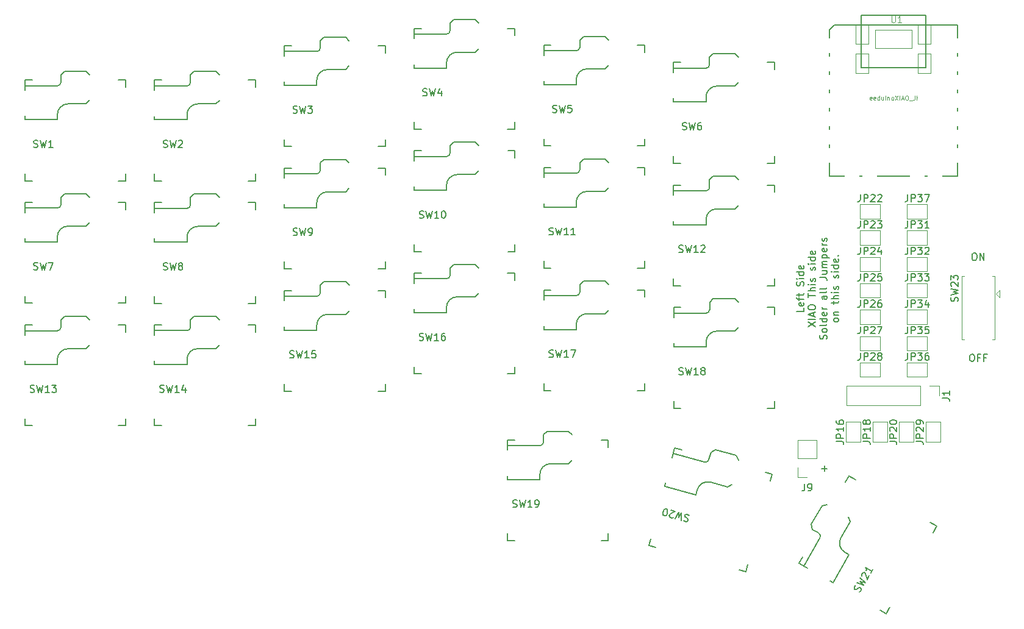
<source format=gbr>
%TF.GenerationSoftware,KiCad,Pcbnew,(6.0.0)*%
%TF.CreationDate,2023-02-19T18:14:09-06:00*%
%TF.ProjectId,corne-chocolate,636f726e-652d-4636-986f-636f6c617465,1.0*%
%TF.SameCoordinates,Original*%
%TF.FileFunction,Legend,Top*%
%TF.FilePolarity,Positive*%
%FSLAX46Y46*%
G04 Gerber Fmt 4.6, Leading zero omitted, Abs format (unit mm)*
G04 Created by KiCad (PCBNEW (6.0.0)) date 2023-02-19 18:14:09*
%MOMM*%
%LPD*%
G01*
G04 APERTURE LIST*
G04 Aperture macros list*
%AMRotRect*
0 Rectangle, with rotation*
0 The origin of the aperture is its center*
0 $1 length*
0 $2 width*
0 $3 Rotation angle, in degrees counterclockwise*
0 Add horizontal line*
21,1,$1,$2,0,0,$3*%
%AMFreePoly0*
4,1,6,1.000000,0.000000,0.500000,-0.750000,-0.500000,-0.750000,-0.500000,0.750000,0.500000,0.750000,1.000000,0.000000,1.000000,0.000000,$1*%
%AMFreePoly1*
4,1,6,0.500000,-0.750000,-0.650000,-0.750000,-0.150000,0.000000,-0.650000,0.750000,0.500000,0.750000,0.500000,-0.750000,0.500000,-0.750000,$1*%
G04 Aperture macros list end*
%ADD10C,0.150000*%
%ADD11C,0.101600*%
%ADD12C,0.076200*%
%ADD13C,0.066040*%
%ADD14C,0.127000*%
%ADD15C,0.120000*%
%ADD16C,0.125000*%
%ADD17O,3.748280X1.998980*%
%ADD18C,1.998980*%
%ADD19C,1.000000*%
%ADD20O,1.998980X2.998470*%
%ADD21R,1.600000X1.600000*%
%ADD22R,1.600000X1.200000*%
%ADD23C,1.600000*%
%ADD24RotRect,1.600000X1.200000X345.000000*%
%ADD25RotRect,1.600000X1.600000X345.000000*%
%ADD26RotRect,1.600000X1.600000X60.000000*%
%ADD27RotRect,1.600000X1.200000X60.000000*%
%ADD28C,3.000000*%
%ADD29C,1.701800*%
%ADD30C,3.429000*%
%ADD31R,2.600000X2.600000*%
%ADD32RotRect,2.600000X2.600000X165.000000*%
%ADD33RotRect,2.600000X2.600000X240.000000*%
%ADD34FreePoly0,90.000000*%
%ADD35FreePoly1,90.000000*%
%ADD36FreePoly0,0.000000*%
%ADD37FreePoly1,0.000000*%
%ADD38R,1.700000X1.700000*%
%ADD39O,1.700000X1.700000*%
%ADD40O,3.500000X2.200000*%
%ADD41R,2.500000X1.500000*%
%ADD42O,2.500000X1.500000*%
G04 APERTURE END LIST*
D10*
X4584119Y-42238603D02*
X4774595Y-42238603D01*
X4869833Y-42286223D01*
X4965071Y-42381461D01*
X5012690Y-42571937D01*
X5012690Y-42905270D01*
X4965071Y-43095746D01*
X4869833Y-43190984D01*
X4774595Y-43238603D01*
X4584119Y-43238603D01*
X4488880Y-43190984D01*
X4393642Y-43095746D01*
X4346023Y-42905270D01*
X4346023Y-42571937D01*
X4393642Y-42381461D01*
X4488880Y-42286223D01*
X4584119Y-42238603D01*
X5774595Y-42714794D02*
X5441261Y-42714794D01*
X5441261Y-43238603D02*
X5441261Y-42238603D01*
X5917452Y-42238603D01*
X6631738Y-42714794D02*
X6298404Y-42714794D01*
X6298404Y-43238603D02*
X6298404Y-42238603D01*
X6774595Y-42238603D01*
X4917452Y-28202380D02*
X5107928Y-28202380D01*
X5203166Y-28250000D01*
X5298404Y-28345238D01*
X5346023Y-28535714D01*
X5346023Y-28869047D01*
X5298404Y-29059523D01*
X5203166Y-29154761D01*
X5107928Y-29202380D01*
X4917452Y-29202380D01*
X4822214Y-29154761D01*
X4726976Y-29059523D01*
X4679357Y-28869047D01*
X4679357Y-28535714D01*
X4726976Y-28345238D01*
X4822214Y-28250000D01*
X4917452Y-28202380D01*
X5774595Y-29202380D02*
X5774595Y-28202380D01*
X6346023Y-29202380D01*
X6346023Y-28202380D01*
X-18672620Y-35796666D02*
X-18672620Y-36272857D01*
X-19672620Y-36272857D01*
X-18720239Y-35082380D02*
X-18672620Y-35177619D01*
X-18672620Y-35368095D01*
X-18720239Y-35463333D01*
X-18815477Y-35510952D01*
X-19196429Y-35510952D01*
X-19291667Y-35463333D01*
X-19339286Y-35368095D01*
X-19339286Y-35177619D01*
X-19291667Y-35082380D01*
X-19196429Y-35034761D01*
X-19101191Y-35034761D01*
X-19005953Y-35510952D01*
X-19339286Y-34749047D02*
X-19339286Y-34368095D01*
X-18672620Y-34606190D02*
X-19529762Y-34606190D01*
X-19625000Y-34558571D01*
X-19672620Y-34463333D01*
X-19672620Y-34368095D01*
X-19339286Y-34177619D02*
X-19339286Y-33796666D01*
X-19672620Y-34034761D02*
X-18815477Y-34034761D01*
X-18720239Y-33987142D01*
X-18672620Y-33891904D01*
X-18672620Y-33796666D01*
X-18720239Y-32749047D02*
X-18672620Y-32606190D01*
X-18672620Y-32368095D01*
X-18720239Y-32272857D01*
X-18767858Y-32225238D01*
X-18863096Y-32177619D01*
X-18958334Y-32177619D01*
X-19053572Y-32225238D01*
X-19101191Y-32272857D01*
X-19148810Y-32368095D01*
X-19196429Y-32558571D01*
X-19244048Y-32653809D01*
X-19291667Y-32701428D01*
X-19386905Y-32749047D01*
X-19482143Y-32749047D01*
X-19577381Y-32701428D01*
X-19625000Y-32653809D01*
X-19672620Y-32558571D01*
X-19672620Y-32320476D01*
X-19625000Y-32177619D01*
X-18672620Y-31749047D02*
X-19339286Y-31749047D01*
X-19672620Y-31749047D02*
X-19625000Y-31796666D01*
X-19577381Y-31749047D01*
X-19625000Y-31701428D01*
X-19672620Y-31749047D01*
X-19577381Y-31749047D01*
X-18672620Y-30844285D02*
X-19672620Y-30844285D01*
X-18720239Y-30844285D02*
X-18672620Y-30939523D01*
X-18672620Y-31130000D01*
X-18720239Y-31225238D01*
X-18767858Y-31272857D01*
X-18863096Y-31320476D01*
X-19148810Y-31320476D01*
X-19244048Y-31272857D01*
X-19291667Y-31225238D01*
X-19339286Y-31130000D01*
X-19339286Y-30939523D01*
X-19291667Y-30844285D01*
X-18720239Y-29987142D02*
X-18672620Y-30082380D01*
X-18672620Y-30272857D01*
X-18720239Y-30368095D01*
X-18815477Y-30415714D01*
X-19196429Y-30415714D01*
X-19291667Y-30368095D01*
X-19339286Y-30272857D01*
X-19339286Y-30082380D01*
X-19291667Y-29987142D01*
X-19196429Y-29939523D01*
X-19101191Y-29939523D01*
X-19005953Y-30415714D01*
X-18062620Y-38415714D02*
X-17062620Y-37749047D01*
X-18062620Y-37749047D02*
X-17062620Y-38415714D01*
X-17062620Y-37368095D02*
X-18062620Y-37368095D01*
X-17348334Y-36939523D02*
X-17348334Y-36463333D01*
X-17062620Y-37034761D02*
X-18062620Y-36701428D01*
X-17062620Y-36368095D01*
X-18062620Y-35844285D02*
X-18062620Y-35653809D01*
X-18015000Y-35558571D01*
X-17919762Y-35463333D01*
X-17729286Y-35415714D01*
X-17395953Y-35415714D01*
X-17205477Y-35463333D01*
X-17110239Y-35558571D01*
X-17062620Y-35653809D01*
X-17062620Y-35844285D01*
X-17110239Y-35939523D01*
X-17205477Y-36034761D01*
X-17395953Y-36082380D01*
X-17729286Y-36082380D01*
X-17919762Y-36034761D01*
X-18015000Y-35939523D01*
X-18062620Y-35844285D01*
X-18062620Y-34368095D02*
X-18062620Y-33796666D01*
X-17062620Y-34082380D02*
X-18062620Y-34082380D01*
X-17062620Y-33463333D02*
X-18062620Y-33463333D01*
X-17062620Y-33034761D02*
X-17586429Y-33034761D01*
X-17681667Y-33082380D01*
X-17729286Y-33177619D01*
X-17729286Y-33320476D01*
X-17681667Y-33415714D01*
X-17634048Y-33463333D01*
X-17062620Y-32558571D02*
X-17729286Y-32558571D01*
X-18062620Y-32558571D02*
X-18015000Y-32606190D01*
X-17967381Y-32558571D01*
X-18015000Y-32510952D01*
X-18062620Y-32558571D01*
X-17967381Y-32558571D01*
X-17110239Y-32130000D02*
X-17062620Y-32034761D01*
X-17062620Y-31844285D01*
X-17110239Y-31749047D01*
X-17205477Y-31701428D01*
X-17253096Y-31701428D01*
X-17348334Y-31749047D01*
X-17395953Y-31844285D01*
X-17395953Y-31987142D01*
X-17443572Y-32082380D01*
X-17538810Y-32130000D01*
X-17586429Y-32130000D01*
X-17681667Y-32082380D01*
X-17729286Y-31987142D01*
X-17729286Y-31844285D01*
X-17681667Y-31749047D01*
X-17110239Y-30558571D02*
X-17062620Y-30463333D01*
X-17062620Y-30272857D01*
X-17110239Y-30177619D01*
X-17205477Y-30130000D01*
X-17253096Y-30130000D01*
X-17348334Y-30177619D01*
X-17395953Y-30272857D01*
X-17395953Y-30415714D01*
X-17443572Y-30510952D01*
X-17538810Y-30558571D01*
X-17586429Y-30558571D01*
X-17681667Y-30510952D01*
X-17729286Y-30415714D01*
X-17729286Y-30272857D01*
X-17681667Y-30177619D01*
X-17062620Y-29701428D02*
X-17729286Y-29701428D01*
X-18062620Y-29701428D02*
X-18015000Y-29749047D01*
X-17967381Y-29701428D01*
X-18015000Y-29653809D01*
X-18062620Y-29701428D01*
X-17967381Y-29701428D01*
X-17062620Y-28796666D02*
X-18062620Y-28796666D01*
X-17110239Y-28796666D02*
X-17062620Y-28891904D01*
X-17062620Y-29082380D01*
X-17110239Y-29177619D01*
X-17157858Y-29225238D01*
X-17253096Y-29272857D01*
X-17538810Y-29272857D01*
X-17634048Y-29225238D01*
X-17681667Y-29177619D01*
X-17729286Y-29082380D01*
X-17729286Y-28891904D01*
X-17681667Y-28796666D01*
X-17110239Y-27939523D02*
X-17062620Y-28034761D01*
X-17062620Y-28225238D01*
X-17110239Y-28320476D01*
X-17205477Y-28368095D01*
X-17586429Y-28368095D01*
X-17681667Y-28320476D01*
X-17729286Y-28225238D01*
X-17729286Y-28034761D01*
X-17681667Y-27939523D01*
X-17586429Y-27891904D01*
X-17491191Y-27891904D01*
X-17395953Y-28368095D01*
X-15500239Y-40153809D02*
X-15452620Y-40010952D01*
X-15452620Y-39772857D01*
X-15500239Y-39677619D01*
X-15547858Y-39630000D01*
X-15643096Y-39582380D01*
X-15738334Y-39582380D01*
X-15833572Y-39630000D01*
X-15881191Y-39677619D01*
X-15928810Y-39772857D01*
X-15976429Y-39963333D01*
X-16024048Y-40058571D01*
X-16071667Y-40106190D01*
X-16166905Y-40153809D01*
X-16262143Y-40153809D01*
X-16357381Y-40106190D01*
X-16405000Y-40058571D01*
X-16452620Y-39963333D01*
X-16452620Y-39725238D01*
X-16405000Y-39582380D01*
X-15452620Y-39010952D02*
X-15500239Y-39106190D01*
X-15547858Y-39153809D01*
X-15643096Y-39201428D01*
X-15928810Y-39201428D01*
X-16024048Y-39153809D01*
X-16071667Y-39106190D01*
X-16119286Y-39010952D01*
X-16119286Y-38868095D01*
X-16071667Y-38772857D01*
X-16024048Y-38725238D01*
X-15928810Y-38677619D01*
X-15643096Y-38677619D01*
X-15547858Y-38725238D01*
X-15500239Y-38772857D01*
X-15452620Y-38868095D01*
X-15452620Y-39010952D01*
X-15452620Y-38106190D02*
X-15500239Y-38201428D01*
X-15595477Y-38249047D01*
X-16452620Y-38249047D01*
X-15452620Y-37296666D02*
X-16452620Y-37296666D01*
X-15500239Y-37296666D02*
X-15452620Y-37391904D01*
X-15452620Y-37582380D01*
X-15500239Y-37677619D01*
X-15547858Y-37725238D01*
X-15643096Y-37772857D01*
X-15928810Y-37772857D01*
X-16024048Y-37725238D01*
X-16071667Y-37677619D01*
X-16119286Y-37582380D01*
X-16119286Y-37391904D01*
X-16071667Y-37296666D01*
X-15500239Y-36439523D02*
X-15452620Y-36534761D01*
X-15452620Y-36725238D01*
X-15500239Y-36820476D01*
X-15595477Y-36868095D01*
X-15976429Y-36868095D01*
X-16071667Y-36820476D01*
X-16119286Y-36725238D01*
X-16119286Y-36534761D01*
X-16071667Y-36439523D01*
X-15976429Y-36391904D01*
X-15881191Y-36391904D01*
X-15785953Y-36868095D01*
X-15452620Y-35963333D02*
X-16119286Y-35963333D01*
X-15928810Y-35963333D02*
X-16024048Y-35915714D01*
X-16071667Y-35868095D01*
X-16119286Y-35772857D01*
X-16119286Y-35677619D01*
X-15452620Y-34153809D02*
X-15976429Y-34153809D01*
X-16071667Y-34201428D01*
X-16119286Y-34296666D01*
X-16119286Y-34487142D01*
X-16071667Y-34582380D01*
X-15500239Y-34153809D02*
X-15452620Y-34249047D01*
X-15452620Y-34487142D01*
X-15500239Y-34582380D01*
X-15595477Y-34630000D01*
X-15690715Y-34630000D01*
X-15785953Y-34582380D01*
X-15833572Y-34487142D01*
X-15833572Y-34249047D01*
X-15881191Y-34153809D01*
X-15452620Y-33534761D02*
X-15500239Y-33630000D01*
X-15595477Y-33677619D01*
X-16452620Y-33677619D01*
X-15452620Y-33010952D02*
X-15500239Y-33106190D01*
X-15595477Y-33153809D01*
X-16452620Y-33153809D01*
X-16452620Y-31582380D02*
X-15738334Y-31582380D01*
X-15595477Y-31630000D01*
X-15500239Y-31725238D01*
X-15452620Y-31868095D01*
X-15452620Y-31963333D01*
X-16119286Y-30677619D02*
X-15452620Y-30677619D01*
X-16119286Y-31106190D02*
X-15595477Y-31106190D01*
X-15500239Y-31058571D01*
X-15452620Y-30963333D01*
X-15452620Y-30820476D01*
X-15500239Y-30725238D01*
X-15547858Y-30677619D01*
X-15452620Y-30201428D02*
X-16119286Y-30201428D01*
X-16024048Y-30201428D02*
X-16071667Y-30153809D01*
X-16119286Y-30058571D01*
X-16119286Y-29915714D01*
X-16071667Y-29820476D01*
X-15976429Y-29772857D01*
X-15452620Y-29772857D01*
X-15976429Y-29772857D02*
X-16071667Y-29725238D01*
X-16119286Y-29630000D01*
X-16119286Y-29487142D01*
X-16071667Y-29391904D01*
X-15976429Y-29344285D01*
X-15452620Y-29344285D01*
X-16119286Y-28868095D02*
X-15119286Y-28868095D01*
X-16071667Y-28868095D02*
X-16119286Y-28772857D01*
X-16119286Y-28582380D01*
X-16071667Y-28487142D01*
X-16024048Y-28439523D01*
X-15928810Y-28391904D01*
X-15643096Y-28391904D01*
X-15547858Y-28439523D01*
X-15500239Y-28487142D01*
X-15452620Y-28582380D01*
X-15452620Y-28772857D01*
X-15500239Y-28868095D01*
X-15500239Y-27582380D02*
X-15452620Y-27677619D01*
X-15452620Y-27868095D01*
X-15500239Y-27963333D01*
X-15595477Y-28010952D01*
X-15976429Y-28010952D01*
X-16071667Y-27963333D01*
X-16119286Y-27868095D01*
X-16119286Y-27677619D01*
X-16071667Y-27582380D01*
X-15976429Y-27534761D01*
X-15881191Y-27534761D01*
X-15785953Y-28010952D01*
X-15452620Y-27106190D02*
X-16119286Y-27106190D01*
X-15928810Y-27106190D02*
X-16024048Y-27058571D01*
X-16071667Y-27010952D01*
X-16119286Y-26915714D01*
X-16119286Y-26820476D01*
X-15500239Y-26534761D02*
X-15452620Y-26439523D01*
X-15452620Y-26249047D01*
X-15500239Y-26153809D01*
X-15595477Y-26106190D01*
X-15643096Y-26106190D01*
X-15738334Y-26153809D01*
X-15785953Y-26249047D01*
X-15785953Y-26391904D01*
X-15833572Y-26487142D01*
X-15928810Y-26534761D01*
X-15976429Y-26534761D01*
X-16071667Y-26487142D01*
X-16119286Y-26391904D01*
X-16119286Y-26249047D01*
X-16071667Y-26153809D01*
X-13842620Y-37558571D02*
X-13890239Y-37653809D01*
X-13937858Y-37701428D01*
X-14033096Y-37749047D01*
X-14318810Y-37749047D01*
X-14414048Y-37701428D01*
X-14461667Y-37653809D01*
X-14509286Y-37558571D01*
X-14509286Y-37415714D01*
X-14461667Y-37320476D01*
X-14414048Y-37272857D01*
X-14318810Y-37225238D01*
X-14033096Y-37225238D01*
X-13937858Y-37272857D01*
X-13890239Y-37320476D01*
X-13842620Y-37415714D01*
X-13842620Y-37558571D01*
X-14509286Y-36796666D02*
X-13842620Y-36796666D01*
X-14414048Y-36796666D02*
X-14461667Y-36749047D01*
X-14509286Y-36653809D01*
X-14509286Y-36510952D01*
X-14461667Y-36415714D01*
X-14366429Y-36368095D01*
X-13842620Y-36368095D01*
X-14509286Y-35272857D02*
X-14509286Y-34891904D01*
X-14842620Y-35130000D02*
X-13985477Y-35130000D01*
X-13890239Y-35082380D01*
X-13842620Y-34987142D01*
X-13842620Y-34891904D01*
X-13842620Y-34558571D02*
X-14842620Y-34558571D01*
X-13842620Y-34130000D02*
X-14366429Y-34130000D01*
X-14461667Y-34177619D01*
X-14509286Y-34272857D01*
X-14509286Y-34415714D01*
X-14461667Y-34510952D01*
X-14414048Y-34558571D01*
X-13842620Y-33653809D02*
X-14509286Y-33653809D01*
X-14842620Y-33653809D02*
X-14795000Y-33701428D01*
X-14747381Y-33653809D01*
X-14795000Y-33606190D01*
X-14842620Y-33653809D01*
X-14747381Y-33653809D01*
X-13890239Y-33225238D02*
X-13842620Y-33130000D01*
X-13842620Y-32939523D01*
X-13890239Y-32844285D01*
X-13985477Y-32796666D01*
X-14033096Y-32796666D01*
X-14128334Y-32844285D01*
X-14175953Y-32939523D01*
X-14175953Y-33082380D01*
X-14223572Y-33177619D01*
X-14318810Y-33225238D01*
X-14366429Y-33225238D01*
X-14461667Y-33177619D01*
X-14509286Y-33082380D01*
X-14509286Y-32939523D01*
X-14461667Y-32844285D01*
X-13890239Y-31653809D02*
X-13842620Y-31558571D01*
X-13842620Y-31368095D01*
X-13890239Y-31272857D01*
X-13985477Y-31225238D01*
X-14033096Y-31225238D01*
X-14128334Y-31272857D01*
X-14175953Y-31368095D01*
X-14175953Y-31510952D01*
X-14223572Y-31606190D01*
X-14318810Y-31653809D01*
X-14366429Y-31653809D01*
X-14461667Y-31606190D01*
X-14509286Y-31510952D01*
X-14509286Y-31368095D01*
X-14461667Y-31272857D01*
X-13842620Y-30796666D02*
X-14509286Y-30796666D01*
X-14842620Y-30796666D02*
X-14795000Y-30844285D01*
X-14747381Y-30796666D01*
X-14795000Y-30749047D01*
X-14842620Y-30796666D01*
X-14747381Y-30796666D01*
X-13842620Y-29891904D02*
X-14842620Y-29891904D01*
X-13890239Y-29891904D02*
X-13842620Y-29987142D01*
X-13842620Y-30177619D01*
X-13890239Y-30272857D01*
X-13937858Y-30320476D01*
X-14033096Y-30368095D01*
X-14318810Y-30368095D01*
X-14414048Y-30320476D01*
X-14461667Y-30272857D01*
X-14509286Y-30177619D01*
X-14509286Y-29987142D01*
X-14461667Y-29891904D01*
X-13890239Y-29034761D02*
X-13842620Y-29130000D01*
X-13842620Y-29320476D01*
X-13890239Y-29415714D01*
X-13985477Y-29463333D01*
X-14366429Y-29463333D01*
X-14461667Y-29415714D01*
X-14509286Y-29320476D01*
X-14509286Y-29130000D01*
X-14461667Y-29034761D01*
X-14366429Y-28987142D01*
X-14271191Y-28987142D01*
X-14175953Y-29463333D01*
X-13937858Y-28558571D02*
X-13890239Y-28510952D01*
X-13842620Y-28558571D01*
X-13890239Y-28606190D01*
X-13937858Y-28558571D01*
X-13842620Y-28558571D01*
X-16180953Y-58151428D02*
X-15419048Y-58151428D01*
X-15800000Y-58532380D02*
X-15800000Y-57770476D01*
D11*
%TO.C,U1*%
X-6488234Y4713634D02*
X-6488234Y3993967D01*
X-6445900Y3909300D01*
X-6403567Y3866967D01*
X-6318900Y3824634D01*
X-6149567Y3824634D01*
X-6064900Y3866967D01*
X-6022567Y3909300D01*
X-5980234Y3993967D01*
X-5980234Y4713634D01*
X-5091234Y3824634D02*
X-5599234Y3824634D01*
X-5345234Y3824634D02*
X-5345234Y4713634D01*
X-5429900Y4586634D01*
X-5514567Y4501967D01*
X-5599234Y4459634D01*
D12*
X-10609686Y-6908160D02*
X-10522600Y-6937189D01*
X-10377458Y-6937189D01*
X-10319400Y-6908160D01*
X-10290372Y-6879132D01*
X-10261343Y-6821075D01*
X-10261343Y-6763018D01*
X-10290372Y-6704960D01*
X-10319400Y-6675932D01*
X-10377458Y-6646903D01*
X-10493572Y-6617875D01*
X-10551629Y-6588846D01*
X-10580658Y-6559818D01*
X-10609686Y-6501760D01*
X-10609686Y-6443703D01*
X-10580658Y-6385646D01*
X-10551629Y-6356618D01*
X-10493572Y-6327589D01*
X-10348429Y-6327589D01*
X-10261343Y-6356618D01*
X-9767858Y-6908160D02*
X-9825915Y-6937189D01*
X-9942029Y-6937189D01*
X-10000086Y-6908160D01*
X-10029115Y-6850103D01*
X-10029115Y-6617875D01*
X-10000086Y-6559818D01*
X-9942029Y-6530789D01*
X-9825915Y-6530789D01*
X-9767858Y-6559818D01*
X-9738829Y-6617875D01*
X-9738829Y-6675932D01*
X-10029115Y-6733989D01*
X-9245343Y-6908160D02*
X-9303400Y-6937189D01*
X-9419515Y-6937189D01*
X-9477572Y-6908160D01*
X-9506600Y-6850103D01*
X-9506600Y-6617875D01*
X-9477572Y-6559818D01*
X-9419515Y-6530789D01*
X-9303400Y-6530789D01*
X-9245343Y-6559818D01*
X-9216315Y-6617875D01*
X-9216315Y-6675932D01*
X-9506600Y-6733989D01*
X-8722829Y-6908160D02*
X-8780886Y-6937189D01*
X-8897000Y-6937189D01*
X-8955058Y-6908160D01*
X-8984086Y-6850103D01*
X-8984086Y-6617875D01*
X-8955058Y-6559818D01*
X-8897000Y-6530789D01*
X-8780886Y-6530789D01*
X-8722829Y-6559818D01*
X-8693800Y-6617875D01*
X-8693800Y-6675932D01*
X-8984086Y-6733989D01*
X-8171286Y-6937189D02*
X-8171286Y-6327589D01*
X-8171286Y-6908160D02*
X-8229343Y-6937189D01*
X-8345458Y-6937189D01*
X-8403515Y-6908160D01*
X-8432543Y-6879132D01*
X-8461572Y-6821075D01*
X-8461572Y-6646903D01*
X-8432543Y-6588846D01*
X-8403515Y-6559818D01*
X-8345458Y-6530789D01*
X-8229343Y-6530789D01*
X-8171286Y-6559818D01*
X-7619743Y-6530789D02*
X-7619743Y-6937189D01*
X-7881000Y-6530789D02*
X-7881000Y-6850103D01*
X-7851972Y-6908160D01*
X-7793915Y-6937189D01*
X-7706829Y-6937189D01*
X-7648772Y-6908160D01*
X-7619743Y-6879132D01*
X-7329458Y-6937189D02*
X-7329458Y-6530789D01*
X-7329458Y-6327589D02*
X-7358486Y-6356618D01*
X-7329458Y-6385646D01*
X-7300429Y-6356618D01*
X-7329458Y-6327589D01*
X-7329458Y-6385646D01*
X-7039172Y-6530789D02*
X-7039172Y-6937189D01*
X-7039172Y-6588846D02*
X-7010143Y-6559818D01*
X-6952086Y-6530789D01*
X-6865000Y-6530789D01*
X-6806943Y-6559818D01*
X-6777915Y-6617875D01*
X-6777915Y-6937189D01*
X-6400543Y-6937189D02*
X-6458600Y-6908160D01*
X-6487629Y-6879132D01*
X-6516658Y-6821075D01*
X-6516658Y-6646903D01*
X-6487629Y-6588846D01*
X-6458600Y-6559818D01*
X-6400543Y-6530789D01*
X-6313458Y-6530789D01*
X-6255400Y-6559818D01*
X-6226372Y-6588846D01*
X-6197343Y-6646903D01*
X-6197343Y-6821075D01*
X-6226372Y-6879132D01*
X-6255400Y-6908160D01*
X-6313458Y-6937189D01*
X-6400543Y-6937189D01*
X-5994143Y-6327589D02*
X-5587743Y-6937189D01*
X-5587743Y-6327589D02*
X-5994143Y-6937189D01*
X-5355515Y-6937189D02*
X-5355515Y-6327589D01*
X-5094258Y-6763018D02*
X-4803972Y-6763018D01*
X-5152315Y-6937189D02*
X-4949115Y-6327589D01*
X-4745915Y-6937189D01*
X-4426600Y-6327589D02*
X-4310486Y-6327589D01*
X-4252429Y-6356618D01*
X-4194372Y-6414675D01*
X-4165343Y-6530789D01*
X-4165343Y-6733989D01*
X-4194372Y-6850103D01*
X-4252429Y-6908160D01*
X-4310486Y-6937189D01*
X-4426600Y-6937189D01*
X-4484658Y-6908160D01*
X-4542715Y-6850103D01*
X-4571743Y-6733989D01*
X-4571743Y-6530789D01*
X-4542715Y-6414675D01*
X-4484658Y-6356618D01*
X-4426600Y-6327589D01*
X-4049229Y-6995246D02*
X-3584772Y-6995246D01*
X-3265458Y-6327589D02*
X-3265458Y-6763018D01*
X-3294486Y-6850103D01*
X-3352543Y-6908160D01*
X-3439629Y-6937189D01*
X-3497686Y-6937189D01*
X-2975172Y-6937189D02*
X-2975172Y-6327589D01*
X-2975172Y-6617875D02*
X-2626829Y-6617875D01*
X-2626829Y-6937189D02*
X-2626829Y-6327589D01*
X-2336543Y-6937189D02*
X-2336543Y-6327589D01*
X-2133343Y-6763018D01*
X-1930143Y-6327589D01*
X-1930143Y-6937189D01*
D10*
%TO.C,SW1*%
X-125575534Y-13479361D02*
X-125432677Y-13526980D01*
X-125194581Y-13526980D01*
X-125099343Y-13479361D01*
X-125051724Y-13431742D01*
X-125004105Y-13336504D01*
X-125004105Y-13241266D01*
X-125051724Y-13146028D01*
X-125099343Y-13098409D01*
X-125194581Y-13050790D01*
X-125385058Y-13003171D01*
X-125480296Y-12955552D01*
X-125527915Y-12907933D01*
X-125575534Y-12812695D01*
X-125575534Y-12717457D01*
X-125527915Y-12622219D01*
X-125480296Y-12574600D01*
X-125385058Y-12526980D01*
X-125146962Y-12526980D01*
X-125004105Y-12574600D01*
X-124670772Y-12526980D02*
X-124432677Y-13526980D01*
X-124242200Y-12812695D01*
X-124051724Y-13526980D01*
X-123813629Y-12526980D01*
X-122908867Y-13526980D02*
X-123480296Y-13526980D01*
X-123194581Y-13526980D02*
X-123194581Y-12526980D01*
X-123289820Y-12669838D01*
X-123385058Y-12765076D01*
X-123480296Y-12812695D01*
%TO.C,SW2*%
X-107581434Y-13483161D02*
X-107438577Y-13530780D01*
X-107200481Y-13530780D01*
X-107105243Y-13483161D01*
X-107057624Y-13435542D01*
X-107010005Y-13340304D01*
X-107010005Y-13245066D01*
X-107057624Y-13149828D01*
X-107105243Y-13102209D01*
X-107200481Y-13054590D01*
X-107390958Y-13006971D01*
X-107486196Y-12959352D01*
X-107533815Y-12911733D01*
X-107581434Y-12816495D01*
X-107581434Y-12721257D01*
X-107533815Y-12626019D01*
X-107486196Y-12578400D01*
X-107390958Y-12530780D01*
X-107152862Y-12530780D01*
X-107010005Y-12578400D01*
X-106676672Y-12530780D02*
X-106438577Y-13530780D01*
X-106248100Y-12816495D01*
X-106057624Y-13530780D01*
X-105819529Y-12530780D01*
X-105486196Y-12626019D02*
X-105438577Y-12578400D01*
X-105343339Y-12530780D01*
X-105105243Y-12530780D01*
X-105010005Y-12578400D01*
X-104962386Y-12626019D01*
X-104914767Y-12721257D01*
X-104914767Y-12816495D01*
X-104962386Y-12959352D01*
X-105533815Y-13530780D01*
X-104914767Y-13530780D01*
%TO.C,SW3*%
X-89567334Y-8706361D02*
X-89424477Y-8753980D01*
X-89186381Y-8753980D01*
X-89091143Y-8706361D01*
X-89043524Y-8658742D01*
X-88995905Y-8563504D01*
X-88995905Y-8468266D01*
X-89043524Y-8373028D01*
X-89091143Y-8325409D01*
X-89186381Y-8277790D01*
X-89376858Y-8230171D01*
X-89472096Y-8182552D01*
X-89519715Y-8134933D01*
X-89567334Y-8039695D01*
X-89567334Y-7944457D01*
X-89519715Y-7849219D01*
X-89472096Y-7801600D01*
X-89376858Y-7753980D01*
X-89138762Y-7753980D01*
X-88995905Y-7801600D01*
X-88662572Y-7753980D02*
X-88424477Y-8753980D01*
X-88234000Y-8039695D01*
X-88043524Y-8753980D01*
X-87805429Y-7753980D01*
X-87519715Y-7753980D02*
X-86900667Y-7753980D01*
X-87234000Y-8134933D01*
X-87091143Y-8134933D01*
X-86995905Y-8182552D01*
X-86948286Y-8230171D01*
X-86900667Y-8325409D01*
X-86900667Y-8563504D01*
X-86948286Y-8658742D01*
X-86995905Y-8706361D01*
X-87091143Y-8753980D01*
X-87376858Y-8753980D01*
X-87472096Y-8706361D01*
X-87519715Y-8658742D01*
%TO.C,SW4*%
X-71557334Y-6296561D02*
X-71414477Y-6344180D01*
X-71176381Y-6344180D01*
X-71081143Y-6296561D01*
X-71033524Y-6248942D01*
X-70985905Y-6153704D01*
X-70985905Y-6058466D01*
X-71033524Y-5963228D01*
X-71081143Y-5915609D01*
X-71176381Y-5867990D01*
X-71366858Y-5820371D01*
X-71462096Y-5772752D01*
X-71509715Y-5725133D01*
X-71557334Y-5629895D01*
X-71557334Y-5534657D01*
X-71509715Y-5439419D01*
X-71462096Y-5391800D01*
X-71366858Y-5344180D01*
X-71128762Y-5344180D01*
X-70985905Y-5391800D01*
X-70652572Y-5344180D02*
X-70414477Y-6344180D01*
X-70224000Y-5629895D01*
X-70033524Y-6344180D01*
X-69795429Y-5344180D01*
X-68985905Y-5677514D02*
X-68985905Y-6344180D01*
X-69224000Y-5296561D02*
X-69462096Y-6010847D01*
X-68843048Y-6010847D01*
%TO.C,SW5*%
X-53541334Y-8617661D02*
X-53398477Y-8665280D01*
X-53160381Y-8665280D01*
X-53065143Y-8617661D01*
X-53017524Y-8570042D01*
X-52969905Y-8474804D01*
X-52969905Y-8379566D01*
X-53017524Y-8284328D01*
X-53065143Y-8236709D01*
X-53160381Y-8189090D01*
X-53350858Y-8141471D01*
X-53446096Y-8093852D01*
X-53493715Y-8046233D01*
X-53541334Y-7950995D01*
X-53541334Y-7855757D01*
X-53493715Y-7760519D01*
X-53446096Y-7712900D01*
X-53350858Y-7665280D01*
X-53112762Y-7665280D01*
X-52969905Y-7712900D01*
X-52636572Y-7665280D02*
X-52398477Y-8665280D01*
X-52208000Y-7950995D01*
X-52017524Y-8665280D01*
X-51779429Y-7665280D01*
X-50922286Y-7665280D02*
X-51398477Y-7665280D01*
X-51446096Y-8141471D01*
X-51398477Y-8093852D01*
X-51303239Y-8046233D01*
X-51065143Y-8046233D01*
X-50969905Y-8093852D01*
X-50922286Y-8141471D01*
X-50874667Y-8236709D01*
X-50874667Y-8474804D01*
X-50922286Y-8570042D01*
X-50969905Y-8617661D01*
X-51065143Y-8665280D01*
X-51303239Y-8665280D01*
X-51398477Y-8617661D01*
X-51446096Y-8570042D01*
%TO.C,SW6*%
X-35528334Y-11018661D02*
X-35385477Y-11066280D01*
X-35147381Y-11066280D01*
X-35052143Y-11018661D01*
X-35004524Y-10971042D01*
X-34956905Y-10875804D01*
X-34956905Y-10780566D01*
X-35004524Y-10685328D01*
X-35052143Y-10637709D01*
X-35147381Y-10590090D01*
X-35337858Y-10542471D01*
X-35433096Y-10494852D01*
X-35480715Y-10447233D01*
X-35528334Y-10351995D01*
X-35528334Y-10256757D01*
X-35480715Y-10161519D01*
X-35433096Y-10113900D01*
X-35337858Y-10066280D01*
X-35099762Y-10066280D01*
X-34956905Y-10113900D01*
X-34623572Y-10066280D02*
X-34385477Y-11066280D01*
X-34195000Y-10351995D01*
X-34004524Y-11066280D01*
X-33766429Y-10066280D01*
X-32956905Y-10066280D02*
X-33147381Y-10066280D01*
X-33242620Y-10113900D01*
X-33290239Y-10161519D01*
X-33385477Y-10304376D01*
X-33433096Y-10494852D01*
X-33433096Y-10875804D01*
X-33385477Y-10971042D01*
X-33337858Y-11018661D01*
X-33242620Y-11066280D01*
X-33052143Y-11066280D01*
X-32956905Y-11018661D01*
X-32909286Y-10971042D01*
X-32861667Y-10875804D01*
X-32861667Y-10637709D01*
X-32909286Y-10542471D01*
X-32956905Y-10494852D01*
X-33052143Y-10447233D01*
X-33242620Y-10447233D01*
X-33337858Y-10494852D01*
X-33385477Y-10542471D01*
X-33433096Y-10637709D01*
%TO.C,SW7*%
X-125575534Y-30462261D02*
X-125432677Y-30509880D01*
X-125194581Y-30509880D01*
X-125099343Y-30462261D01*
X-125051724Y-30414642D01*
X-125004105Y-30319404D01*
X-125004105Y-30224166D01*
X-125051724Y-30128928D01*
X-125099343Y-30081309D01*
X-125194581Y-30033690D01*
X-125385058Y-29986071D01*
X-125480296Y-29938452D01*
X-125527915Y-29890833D01*
X-125575534Y-29795595D01*
X-125575534Y-29700357D01*
X-125527915Y-29605119D01*
X-125480296Y-29557500D01*
X-125385058Y-29509880D01*
X-125146962Y-29509880D01*
X-125004105Y-29557500D01*
X-124670772Y-29509880D02*
X-124432677Y-30509880D01*
X-124242200Y-29795595D01*
X-124051724Y-30509880D01*
X-123813629Y-29509880D01*
X-123527915Y-29509880D02*
X-122861248Y-29509880D01*
X-123289820Y-30509880D01*
%TO.C,SW8*%
X-107581434Y-30496761D02*
X-107438577Y-30544380D01*
X-107200481Y-30544380D01*
X-107105243Y-30496761D01*
X-107057624Y-30449142D01*
X-107010005Y-30353904D01*
X-107010005Y-30258666D01*
X-107057624Y-30163428D01*
X-107105243Y-30115809D01*
X-107200481Y-30068190D01*
X-107390958Y-30020571D01*
X-107486196Y-29972952D01*
X-107533815Y-29925333D01*
X-107581434Y-29830095D01*
X-107581434Y-29734857D01*
X-107533815Y-29639619D01*
X-107486196Y-29592000D01*
X-107390958Y-29544380D01*
X-107152862Y-29544380D01*
X-107010005Y-29592000D01*
X-106676672Y-29544380D02*
X-106438577Y-30544380D01*
X-106248100Y-29830095D01*
X-106057624Y-30544380D01*
X-105819529Y-29544380D01*
X-105295720Y-29972952D02*
X-105390958Y-29925333D01*
X-105438577Y-29877714D01*
X-105486196Y-29782476D01*
X-105486196Y-29734857D01*
X-105438577Y-29639619D01*
X-105390958Y-29592000D01*
X-105295720Y-29544380D01*
X-105105243Y-29544380D01*
X-105010005Y-29592000D01*
X-104962386Y-29639619D01*
X-104914767Y-29734857D01*
X-104914767Y-29782476D01*
X-104962386Y-29877714D01*
X-105010005Y-29925333D01*
X-105105243Y-29972952D01*
X-105295720Y-29972952D01*
X-105390958Y-30020571D01*
X-105438577Y-30068190D01*
X-105486196Y-30163428D01*
X-105486196Y-30353904D01*
X-105438577Y-30449142D01*
X-105390958Y-30496761D01*
X-105295720Y-30544380D01*
X-105105243Y-30544380D01*
X-105010005Y-30496761D01*
X-104962386Y-30449142D01*
X-104914767Y-30353904D01*
X-104914767Y-30163428D01*
X-104962386Y-30068190D01*
X-105010005Y-30020571D01*
X-105105243Y-29972952D01*
%TO.C,SW9*%
X-89565334Y-25694961D02*
X-89422477Y-25742580D01*
X-89184381Y-25742580D01*
X-89089143Y-25694961D01*
X-89041524Y-25647342D01*
X-88993905Y-25552104D01*
X-88993905Y-25456866D01*
X-89041524Y-25361628D01*
X-89089143Y-25314009D01*
X-89184381Y-25266390D01*
X-89374858Y-25218771D01*
X-89470096Y-25171152D01*
X-89517715Y-25123533D01*
X-89565334Y-25028295D01*
X-89565334Y-24933057D01*
X-89517715Y-24837819D01*
X-89470096Y-24790200D01*
X-89374858Y-24742580D01*
X-89136762Y-24742580D01*
X-88993905Y-24790200D01*
X-88660572Y-24742580D02*
X-88422477Y-25742580D01*
X-88232000Y-25028295D01*
X-88041524Y-25742580D01*
X-87803429Y-24742580D01*
X-87374858Y-25742580D02*
X-87184381Y-25742580D01*
X-87089143Y-25694961D01*
X-87041524Y-25647342D01*
X-86946286Y-25504485D01*
X-86898667Y-25314009D01*
X-86898667Y-24933057D01*
X-86946286Y-24837819D01*
X-86993905Y-24790200D01*
X-87089143Y-24742580D01*
X-87279620Y-24742580D01*
X-87374858Y-24790200D01*
X-87422477Y-24837819D01*
X-87470096Y-24933057D01*
X-87470096Y-25171152D01*
X-87422477Y-25266390D01*
X-87374858Y-25314009D01*
X-87279620Y-25361628D01*
X-87089143Y-25361628D01*
X-86993905Y-25314009D01*
X-86946286Y-25266390D01*
X-86898667Y-25171152D01*
%TO.C,SW10*%
X-72026524Y-23297761D02*
X-71883667Y-23345380D01*
X-71645572Y-23345380D01*
X-71550334Y-23297761D01*
X-71502715Y-23250142D01*
X-71455096Y-23154904D01*
X-71455096Y-23059666D01*
X-71502715Y-22964428D01*
X-71550334Y-22916809D01*
X-71645572Y-22869190D01*
X-71836048Y-22821571D01*
X-71931286Y-22773952D01*
X-71978905Y-22726333D01*
X-72026524Y-22631095D01*
X-72026524Y-22535857D01*
X-71978905Y-22440619D01*
X-71931286Y-22393000D01*
X-71836048Y-22345380D01*
X-71597953Y-22345380D01*
X-71455096Y-22393000D01*
X-71121762Y-22345380D02*
X-70883667Y-23345380D01*
X-70693191Y-22631095D01*
X-70502715Y-23345380D01*
X-70264620Y-22345380D01*
X-69359858Y-23345380D02*
X-69931286Y-23345380D01*
X-69645572Y-23345380D02*
X-69645572Y-22345380D01*
X-69740810Y-22488238D01*
X-69836048Y-22583476D01*
X-69931286Y-22631095D01*
X-68740810Y-22345380D02*
X-68645572Y-22345380D01*
X-68550334Y-22393000D01*
X-68502715Y-22440619D01*
X-68455096Y-22535857D01*
X-68407477Y-22726333D01*
X-68407477Y-22964428D01*
X-68455096Y-23154904D01*
X-68502715Y-23250142D01*
X-68550334Y-23297761D01*
X-68645572Y-23345380D01*
X-68740810Y-23345380D01*
X-68836048Y-23297761D01*
X-68883667Y-23250142D01*
X-68931286Y-23154904D01*
X-68978905Y-22964428D01*
X-68978905Y-22726333D01*
X-68931286Y-22535857D01*
X-68883667Y-22440619D01*
X-68836048Y-22393000D01*
X-68740810Y-22345380D01*
%TO.C,SW11*%
X-54017524Y-25632461D02*
X-53874667Y-25680080D01*
X-53636572Y-25680080D01*
X-53541334Y-25632461D01*
X-53493715Y-25584842D01*
X-53446096Y-25489604D01*
X-53446096Y-25394366D01*
X-53493715Y-25299128D01*
X-53541334Y-25251509D01*
X-53636572Y-25203890D01*
X-53827048Y-25156271D01*
X-53922286Y-25108652D01*
X-53969905Y-25061033D01*
X-54017524Y-24965795D01*
X-54017524Y-24870557D01*
X-53969905Y-24775319D01*
X-53922286Y-24727700D01*
X-53827048Y-24680080D01*
X-53588953Y-24680080D01*
X-53446096Y-24727700D01*
X-53112762Y-24680080D02*
X-52874667Y-25680080D01*
X-52684191Y-24965795D01*
X-52493715Y-25680080D01*
X-52255620Y-24680080D01*
X-51350858Y-25680080D02*
X-51922286Y-25680080D01*
X-51636572Y-25680080D02*
X-51636572Y-24680080D01*
X-51731810Y-24822938D01*
X-51827048Y-24918176D01*
X-51922286Y-24965795D01*
X-50398477Y-25680080D02*
X-50969905Y-25680080D01*
X-50684191Y-25680080D02*
X-50684191Y-24680080D01*
X-50779429Y-24822938D01*
X-50874667Y-24918176D01*
X-50969905Y-24965795D01*
%TO.C,SW12*%
X-36004524Y-28059761D02*
X-35861667Y-28107380D01*
X-35623572Y-28107380D01*
X-35528334Y-28059761D01*
X-35480715Y-28012142D01*
X-35433096Y-27916904D01*
X-35433096Y-27821666D01*
X-35480715Y-27726428D01*
X-35528334Y-27678809D01*
X-35623572Y-27631190D01*
X-35814048Y-27583571D01*
X-35909286Y-27535952D01*
X-35956905Y-27488333D01*
X-36004524Y-27393095D01*
X-36004524Y-27297857D01*
X-35956905Y-27202619D01*
X-35909286Y-27155000D01*
X-35814048Y-27107380D01*
X-35575953Y-27107380D01*
X-35433096Y-27155000D01*
X-35099762Y-27107380D02*
X-34861667Y-28107380D01*
X-34671191Y-27393095D01*
X-34480715Y-28107380D01*
X-34242620Y-27107380D01*
X-33337858Y-28107380D02*
X-33909286Y-28107380D01*
X-33623572Y-28107380D02*
X-33623572Y-27107380D01*
X-33718810Y-27250238D01*
X-33814048Y-27345476D01*
X-33909286Y-27393095D01*
X-32956905Y-27202619D02*
X-32909286Y-27155000D01*
X-32814048Y-27107380D01*
X-32575953Y-27107380D01*
X-32480715Y-27155000D01*
X-32433096Y-27202619D01*
X-32385477Y-27297857D01*
X-32385477Y-27393095D01*
X-32433096Y-27535952D01*
X-33004524Y-28107380D01*
X-32385477Y-28107380D01*
%TO.C,SW13*%
X-126051724Y-47492761D02*
X-125908867Y-47540380D01*
X-125670772Y-47540380D01*
X-125575534Y-47492761D01*
X-125527915Y-47445142D01*
X-125480296Y-47349904D01*
X-125480296Y-47254666D01*
X-125527915Y-47159428D01*
X-125575534Y-47111809D01*
X-125670772Y-47064190D01*
X-125861248Y-47016571D01*
X-125956486Y-46968952D01*
X-126004105Y-46921333D01*
X-126051724Y-46826095D01*
X-126051724Y-46730857D01*
X-126004105Y-46635619D01*
X-125956486Y-46588000D01*
X-125861248Y-46540380D01*
X-125623153Y-46540380D01*
X-125480296Y-46588000D01*
X-125146962Y-46540380D02*
X-124908867Y-47540380D01*
X-124718391Y-46826095D01*
X-124527915Y-47540380D01*
X-124289820Y-46540380D01*
X-123385058Y-47540380D02*
X-123956486Y-47540380D01*
X-123670772Y-47540380D02*
X-123670772Y-46540380D01*
X-123766010Y-46683238D01*
X-123861248Y-46778476D01*
X-123956486Y-46826095D01*
X-123051724Y-46540380D02*
X-122432677Y-46540380D01*
X-122766010Y-46921333D01*
X-122623153Y-46921333D01*
X-122527915Y-46968952D01*
X-122480296Y-47016571D01*
X-122432677Y-47111809D01*
X-122432677Y-47349904D01*
X-122480296Y-47445142D01*
X-122527915Y-47492761D01*
X-122623153Y-47540380D01*
X-122908867Y-47540380D01*
X-123004105Y-47492761D01*
X-123051724Y-47445142D01*
%TO.C,SW14*%
X-108057624Y-47480761D02*
X-107914767Y-47528380D01*
X-107676672Y-47528380D01*
X-107581434Y-47480761D01*
X-107533815Y-47433142D01*
X-107486196Y-47337904D01*
X-107486196Y-47242666D01*
X-107533815Y-47147428D01*
X-107581434Y-47099809D01*
X-107676672Y-47052190D01*
X-107867148Y-47004571D01*
X-107962386Y-46956952D01*
X-108010005Y-46909333D01*
X-108057624Y-46814095D01*
X-108057624Y-46718857D01*
X-108010005Y-46623619D01*
X-107962386Y-46576000D01*
X-107867148Y-46528380D01*
X-107629053Y-46528380D01*
X-107486196Y-46576000D01*
X-107152862Y-46528380D02*
X-106914767Y-47528380D01*
X-106724291Y-46814095D01*
X-106533815Y-47528380D01*
X-106295720Y-46528380D01*
X-105390958Y-47528380D02*
X-105962386Y-47528380D01*
X-105676672Y-47528380D02*
X-105676672Y-46528380D01*
X-105771910Y-46671238D01*
X-105867148Y-46766476D01*
X-105962386Y-46814095D01*
X-104533815Y-46861714D02*
X-104533815Y-47528380D01*
X-104771910Y-46480761D02*
X-105010005Y-47195047D01*
X-104390958Y-47195047D01*
%TO.C,SW15*%
X-90040524Y-42707761D02*
X-89897667Y-42755380D01*
X-89659572Y-42755380D01*
X-89564334Y-42707761D01*
X-89516715Y-42660142D01*
X-89469096Y-42564904D01*
X-89469096Y-42469666D01*
X-89516715Y-42374428D01*
X-89564334Y-42326809D01*
X-89659572Y-42279190D01*
X-89850048Y-42231571D01*
X-89945286Y-42183952D01*
X-89992905Y-42136333D01*
X-90040524Y-42041095D01*
X-90040524Y-41945857D01*
X-89992905Y-41850619D01*
X-89945286Y-41803000D01*
X-89850048Y-41755380D01*
X-89611953Y-41755380D01*
X-89469096Y-41803000D01*
X-89135762Y-41755380D02*
X-88897667Y-42755380D01*
X-88707191Y-42041095D01*
X-88516715Y-42755380D01*
X-88278620Y-41755380D01*
X-87373858Y-42755380D02*
X-87945286Y-42755380D01*
X-87659572Y-42755380D02*
X-87659572Y-41755380D01*
X-87754810Y-41898238D01*
X-87850048Y-41993476D01*
X-87945286Y-42041095D01*
X-86469096Y-41755380D02*
X-86945286Y-41755380D01*
X-86992905Y-42231571D01*
X-86945286Y-42183952D01*
X-86850048Y-42136333D01*
X-86611953Y-42136333D01*
X-86516715Y-42183952D01*
X-86469096Y-42231571D01*
X-86421477Y-42326809D01*
X-86421477Y-42564904D01*
X-86469096Y-42660142D01*
X-86516715Y-42707761D01*
X-86611953Y-42755380D01*
X-86850048Y-42755380D01*
X-86945286Y-42707761D01*
X-86992905Y-42660142D01*
%TO.C,SW16*%
X-72037524Y-40286761D02*
X-71894667Y-40334380D01*
X-71656572Y-40334380D01*
X-71561334Y-40286761D01*
X-71513715Y-40239142D01*
X-71466096Y-40143904D01*
X-71466096Y-40048666D01*
X-71513715Y-39953428D01*
X-71561334Y-39905809D01*
X-71656572Y-39858190D01*
X-71847048Y-39810571D01*
X-71942286Y-39762952D01*
X-71989905Y-39715333D01*
X-72037524Y-39620095D01*
X-72037524Y-39524857D01*
X-71989905Y-39429619D01*
X-71942286Y-39382000D01*
X-71847048Y-39334380D01*
X-71608953Y-39334380D01*
X-71466096Y-39382000D01*
X-71132762Y-39334380D02*
X-70894667Y-40334380D01*
X-70704191Y-39620095D01*
X-70513715Y-40334380D01*
X-70275620Y-39334380D01*
X-69370858Y-40334380D02*
X-69942286Y-40334380D01*
X-69656572Y-40334380D02*
X-69656572Y-39334380D01*
X-69751810Y-39477238D01*
X-69847048Y-39572476D01*
X-69942286Y-39620095D01*
X-68513715Y-39334380D02*
X-68704191Y-39334380D01*
X-68799429Y-39382000D01*
X-68847048Y-39429619D01*
X-68942286Y-39572476D01*
X-68989905Y-39762952D01*
X-68989905Y-40143904D01*
X-68942286Y-40239142D01*
X-68894667Y-40286761D01*
X-68799429Y-40334380D01*
X-68608953Y-40334380D01*
X-68513715Y-40286761D01*
X-68466096Y-40239142D01*
X-68418477Y-40143904D01*
X-68418477Y-39905809D01*
X-68466096Y-39810571D01*
X-68513715Y-39762952D01*
X-68608953Y-39715333D01*
X-68799429Y-39715333D01*
X-68894667Y-39762952D01*
X-68942286Y-39810571D01*
X-68989905Y-39905809D01*
%TO.C,SW17*%
X-54017524Y-42623761D02*
X-53874667Y-42671380D01*
X-53636572Y-42671380D01*
X-53541334Y-42623761D01*
X-53493715Y-42576142D01*
X-53446096Y-42480904D01*
X-53446096Y-42385666D01*
X-53493715Y-42290428D01*
X-53541334Y-42242809D01*
X-53636572Y-42195190D01*
X-53827048Y-42147571D01*
X-53922286Y-42099952D01*
X-53969905Y-42052333D01*
X-54017524Y-41957095D01*
X-54017524Y-41861857D01*
X-53969905Y-41766619D01*
X-53922286Y-41719000D01*
X-53827048Y-41671380D01*
X-53588953Y-41671380D01*
X-53446096Y-41719000D01*
X-53112762Y-41671380D02*
X-52874667Y-42671380D01*
X-52684191Y-41957095D01*
X-52493715Y-42671380D01*
X-52255620Y-41671380D01*
X-51350858Y-42671380D02*
X-51922286Y-42671380D01*
X-51636572Y-42671380D02*
X-51636572Y-41671380D01*
X-51731810Y-41814238D01*
X-51827048Y-41909476D01*
X-51922286Y-41957095D01*
X-51017524Y-41671380D02*
X-50350858Y-41671380D01*
X-50779429Y-42671380D01*
%TO.C,SW19*%
X-59069524Y-63459761D02*
X-58926667Y-63507380D01*
X-58688572Y-63507380D01*
X-58593334Y-63459761D01*
X-58545715Y-63412142D01*
X-58498096Y-63316904D01*
X-58498096Y-63221666D01*
X-58545715Y-63126428D01*
X-58593334Y-63078809D01*
X-58688572Y-63031190D01*
X-58879048Y-62983571D01*
X-58974286Y-62935952D01*
X-59021905Y-62888333D01*
X-59069524Y-62793095D01*
X-59069524Y-62697857D01*
X-59021905Y-62602619D01*
X-58974286Y-62555000D01*
X-58879048Y-62507380D01*
X-58640953Y-62507380D01*
X-58498096Y-62555000D01*
X-58164762Y-62507380D02*
X-57926667Y-63507380D01*
X-57736191Y-62793095D01*
X-57545715Y-63507380D01*
X-57307620Y-62507380D01*
X-56402858Y-63507380D02*
X-56974286Y-63507380D01*
X-56688572Y-63507380D02*
X-56688572Y-62507380D01*
X-56783810Y-62650238D01*
X-56879048Y-62745476D01*
X-56974286Y-62793095D01*
X-55926667Y-63507380D02*
X-55736191Y-63507380D01*
X-55640953Y-63459761D01*
X-55593334Y-63412142D01*
X-55498096Y-63269285D01*
X-55450477Y-63078809D01*
X-55450477Y-62697857D01*
X-55498096Y-62602619D01*
X-55545715Y-62555000D01*
X-55640953Y-62507380D01*
X-55831429Y-62507380D01*
X-55926667Y-62555000D01*
X-55974286Y-62602619D01*
X-56021905Y-62697857D01*
X-56021905Y-62935952D01*
X-55974286Y-63031190D01*
X-55926667Y-63078809D01*
X-55831429Y-63126428D01*
X-55640953Y-63126428D01*
X-55545715Y-63078809D01*
X-55498096Y-63031190D01*
X-55450477Y-62935952D01*
%TO.C,SW20*%
X-34569966Y-64630007D02*
X-34695630Y-64547036D01*
X-34925613Y-64485413D01*
X-35029930Y-64506760D01*
X-35088251Y-64540431D01*
X-35158897Y-64620100D01*
X-35183547Y-64712092D01*
X-35162200Y-64816410D01*
X-35128528Y-64874731D01*
X-35048860Y-64945377D01*
X-34877199Y-65040673D01*
X-34797530Y-65111318D01*
X-34763859Y-65169640D01*
X-34742512Y-65273957D01*
X-34767161Y-65365950D01*
X-34837807Y-65445618D01*
X-34896128Y-65479290D01*
X-35000446Y-65500637D01*
X-35230428Y-65439014D01*
X-35356093Y-65356043D01*
X-35690393Y-65315766D02*
X-35661556Y-64288217D01*
X-36030413Y-64928865D01*
X-36029528Y-64189619D01*
X-36518329Y-65093922D01*
X-36815655Y-64915656D02*
X-36873976Y-64949327D01*
X-36978294Y-64970674D01*
X-37208276Y-64909051D01*
X-37287945Y-64838405D01*
X-37321616Y-64780084D01*
X-37342963Y-64675766D01*
X-37318314Y-64583773D01*
X-37235343Y-64458108D01*
X-36535489Y-64054047D01*
X-37133443Y-63893826D01*
X-37990216Y-64699531D02*
X-38082209Y-64674881D01*
X-38161877Y-64604235D01*
X-38195549Y-64545914D01*
X-38216896Y-64441597D01*
X-38213594Y-64245286D01*
X-38151970Y-64015304D01*
X-38056675Y-63843642D01*
X-37986029Y-63763974D01*
X-37927708Y-63730302D01*
X-37823390Y-63708955D01*
X-37731397Y-63733605D01*
X-37651729Y-63804251D01*
X-37618057Y-63862572D01*
X-37596710Y-63966890D01*
X-37600013Y-64163200D01*
X-37661636Y-64393183D01*
X-37756932Y-64564844D01*
X-37827577Y-64644512D01*
X-37885899Y-64678184D01*
X-37990216Y-64699531D01*
%TO.C,SW21*%
X-10941950Y-75271457D02*
X-10829282Y-75171549D01*
X-10710235Y-74965352D01*
X-10703855Y-74859064D01*
X-10721285Y-74794015D01*
X-10779954Y-74705157D01*
X-10862433Y-74657538D01*
X-10968721Y-74651158D01*
X-11033770Y-74668588D01*
X-11122628Y-74727257D01*
X-11259105Y-74868405D01*
X-11347964Y-74927074D01*
X-11413012Y-74944503D01*
X-11519301Y-74938124D01*
X-11601779Y-74890505D01*
X-11660448Y-74801646D01*
X-11677878Y-74736597D01*
X-11671498Y-74630309D01*
X-11552451Y-74424113D01*
X-11439783Y-74324204D01*
X-11314355Y-74011720D02*
X-10329282Y-74305523D01*
X-10852634Y-73783423D01*
X-10138806Y-73975609D01*
X-10885784Y-73269412D01*
X-10636639Y-73028356D02*
X-10654069Y-72963307D01*
X-10647689Y-72857019D01*
X-10528641Y-72650823D01*
X-10439783Y-72592154D01*
X-10374734Y-72574724D01*
X-10268446Y-72581104D01*
X-10185967Y-72628723D01*
X-10086059Y-72741391D01*
X-9876901Y-73521976D01*
X-9567378Y-72985865D01*
X-9091187Y-72161079D02*
X-9376901Y-72655951D01*
X-9234044Y-72408515D02*
X-10100070Y-71908515D01*
X-10023971Y-72062422D01*
X-9989111Y-72192520D01*
X-9995491Y-72298808D01*
%TO.C,SW18*%
X-35997524Y-45049761D02*
X-35854667Y-45097380D01*
X-35616572Y-45097380D01*
X-35521334Y-45049761D01*
X-35473715Y-45002142D01*
X-35426096Y-44906904D01*
X-35426096Y-44811666D01*
X-35473715Y-44716428D01*
X-35521334Y-44668809D01*
X-35616572Y-44621190D01*
X-35807048Y-44573571D01*
X-35902286Y-44525952D01*
X-35949905Y-44478333D01*
X-35997524Y-44383095D01*
X-35997524Y-44287857D01*
X-35949905Y-44192619D01*
X-35902286Y-44145000D01*
X-35807048Y-44097380D01*
X-35568953Y-44097380D01*
X-35426096Y-44145000D01*
X-35092762Y-44097380D02*
X-34854667Y-45097380D01*
X-34664191Y-44383095D01*
X-34473715Y-45097380D01*
X-34235620Y-44097380D01*
X-33330858Y-45097380D02*
X-33902286Y-45097380D01*
X-33616572Y-45097380D02*
X-33616572Y-44097380D01*
X-33711810Y-44240238D01*
X-33807048Y-44335476D01*
X-33902286Y-44383095D01*
X-32759429Y-44525952D02*
X-32854667Y-44478333D01*
X-32902286Y-44430714D01*
X-32949905Y-44335476D01*
X-32949905Y-44287857D01*
X-32902286Y-44192619D01*
X-32854667Y-44145000D01*
X-32759429Y-44097380D01*
X-32568953Y-44097380D01*
X-32473715Y-44145000D01*
X-32426096Y-44192619D01*
X-32378477Y-44287857D01*
X-32378477Y-44335476D01*
X-32426096Y-44430714D01*
X-32473715Y-44478333D01*
X-32568953Y-44525952D01*
X-32759429Y-44525952D01*
X-32854667Y-44573571D01*
X-32902286Y-44621190D01*
X-32949905Y-44716428D01*
X-32949905Y-44906904D01*
X-32902286Y-45002142D01*
X-32854667Y-45049761D01*
X-32759429Y-45097380D01*
X-32568953Y-45097380D01*
X-32473715Y-45049761D01*
X-32426096Y-45002142D01*
X-32378477Y-44906904D01*
X-32378477Y-44716428D01*
X-32426096Y-44621190D01*
X-32473715Y-44573571D01*
X-32568953Y-44525952D01*
%TO.C,JP29*%
X-3084020Y-54359523D02*
X-2369734Y-54359523D01*
X-2226877Y-54407142D01*
X-2131639Y-54502380D01*
X-2084020Y-54645238D01*
X-2084020Y-54740476D01*
X-2084020Y-53883333D02*
X-3084020Y-53883333D01*
X-3084020Y-53502380D01*
X-3036400Y-53407142D01*
X-2988781Y-53359523D01*
X-2893543Y-53311904D01*
X-2750686Y-53311904D01*
X-2655448Y-53359523D01*
X-2607829Y-53407142D01*
X-2560210Y-53502380D01*
X-2560210Y-53883333D01*
X-2988781Y-52930952D02*
X-3036400Y-52883333D01*
X-3084020Y-52788095D01*
X-3084020Y-52550000D01*
X-3036400Y-52454761D01*
X-2988781Y-52407142D01*
X-2893543Y-52359523D01*
X-2798305Y-52359523D01*
X-2655448Y-52407142D01*
X-2084020Y-52978571D01*
X-2084020Y-52359523D01*
X-2084020Y-51883333D02*
X-2084020Y-51692857D01*
X-2131639Y-51597619D01*
X-2179258Y-51550000D01*
X-2322115Y-51454761D01*
X-2512591Y-51407142D01*
X-2893543Y-51407142D01*
X-2988781Y-51454761D01*
X-3036400Y-51502380D01*
X-3084020Y-51597619D01*
X-3084020Y-51788095D01*
X-3036400Y-51883333D01*
X-2988781Y-51930952D01*
X-2893543Y-51978571D01*
X-2655448Y-51978571D01*
X-2560210Y-51930952D01*
X-2512591Y-51883333D01*
X-2464972Y-51788095D01*
X-2464972Y-51597619D01*
X-2512591Y-51502380D01*
X-2560210Y-51454761D01*
X-2655448Y-51407142D01*
%TO.C,JP28*%
X-10794724Y-42059080D02*
X-10794724Y-42773366D01*
X-10842343Y-42916223D01*
X-10937581Y-43011461D01*
X-11080439Y-43059080D01*
X-11175677Y-43059080D01*
X-10318534Y-43059080D02*
X-10318534Y-42059080D01*
X-9937581Y-42059080D01*
X-9842343Y-42106700D01*
X-9794724Y-42154319D01*
X-9747105Y-42249557D01*
X-9747105Y-42392414D01*
X-9794724Y-42487652D01*
X-9842343Y-42535271D01*
X-9937581Y-42582890D01*
X-10318534Y-42582890D01*
X-9366153Y-42154319D02*
X-9318534Y-42106700D01*
X-9223296Y-42059080D01*
X-8985200Y-42059080D01*
X-8889962Y-42106700D01*
X-8842343Y-42154319D01*
X-8794724Y-42249557D01*
X-8794724Y-42344795D01*
X-8842343Y-42487652D01*
X-9413772Y-43059080D01*
X-8794724Y-43059080D01*
X-8223296Y-42487652D02*
X-8318534Y-42440033D01*
X-8366153Y-42392414D01*
X-8413772Y-42297176D01*
X-8413772Y-42249557D01*
X-8366153Y-42154319D01*
X-8318534Y-42106700D01*
X-8223296Y-42059080D01*
X-8032820Y-42059080D01*
X-7937581Y-42106700D01*
X-7889962Y-42154319D01*
X-7842343Y-42249557D01*
X-7842343Y-42297176D01*
X-7889962Y-42392414D01*
X-7937581Y-42440033D01*
X-8032820Y-42487652D01*
X-8223296Y-42487652D01*
X-8318534Y-42535271D01*
X-8366153Y-42582890D01*
X-8413772Y-42678128D01*
X-8413772Y-42868604D01*
X-8366153Y-42963842D01*
X-8318534Y-43011461D01*
X-8223296Y-43059080D01*
X-8032820Y-43059080D01*
X-7937581Y-43011461D01*
X-7889962Y-42963842D01*
X-7842343Y-42868604D01*
X-7842343Y-42678128D01*
X-7889962Y-42582890D01*
X-7937581Y-42535271D01*
X-8032820Y-42487652D01*
%TO.C,JP33*%
X-4241424Y-31054080D02*
X-4241424Y-31768366D01*
X-4289043Y-31911223D01*
X-4384281Y-32006461D01*
X-4527139Y-32054080D01*
X-4622377Y-32054080D01*
X-3765234Y-32054080D02*
X-3765234Y-31054080D01*
X-3384281Y-31054080D01*
X-3289043Y-31101700D01*
X-3241424Y-31149319D01*
X-3193805Y-31244557D01*
X-3193805Y-31387414D01*
X-3241424Y-31482652D01*
X-3289043Y-31530271D01*
X-3384281Y-31577890D01*
X-3765234Y-31577890D01*
X-2860472Y-31054080D02*
X-2241424Y-31054080D01*
X-2574758Y-31435033D01*
X-2431900Y-31435033D01*
X-2336662Y-31482652D01*
X-2289043Y-31530271D01*
X-2241424Y-31625509D01*
X-2241424Y-31863604D01*
X-2289043Y-31958842D01*
X-2336662Y-32006461D01*
X-2431900Y-32054080D01*
X-2717615Y-32054080D01*
X-2812853Y-32006461D01*
X-2860472Y-31958842D01*
X-1908091Y-31054080D02*
X-1289043Y-31054080D01*
X-1622377Y-31435033D01*
X-1479520Y-31435033D01*
X-1384281Y-31482652D01*
X-1336662Y-31530271D01*
X-1289043Y-31625509D01*
X-1289043Y-31863604D01*
X-1336662Y-31958842D01*
X-1384281Y-32006461D01*
X-1479520Y-32054080D01*
X-1765234Y-32054080D01*
X-1860472Y-32006461D01*
X-1908091Y-31958842D01*
%TO.C,JP23*%
X-10794724Y-23717380D02*
X-10794724Y-24431666D01*
X-10842343Y-24574523D01*
X-10937581Y-24669761D01*
X-11080439Y-24717380D01*
X-11175677Y-24717380D01*
X-10318534Y-24717380D02*
X-10318534Y-23717380D01*
X-9937581Y-23717380D01*
X-9842343Y-23765000D01*
X-9794724Y-23812619D01*
X-9747105Y-23907857D01*
X-9747105Y-24050714D01*
X-9794724Y-24145952D01*
X-9842343Y-24193571D01*
X-9937581Y-24241190D01*
X-10318534Y-24241190D01*
X-9366153Y-23812619D02*
X-9318534Y-23765000D01*
X-9223296Y-23717380D01*
X-8985200Y-23717380D01*
X-8889962Y-23765000D01*
X-8842343Y-23812619D01*
X-8794724Y-23907857D01*
X-8794724Y-24003095D01*
X-8842343Y-24145952D01*
X-9413772Y-24717380D01*
X-8794724Y-24717380D01*
X-8461391Y-23717380D02*
X-7842343Y-23717380D01*
X-8175677Y-24098333D01*
X-8032820Y-24098333D01*
X-7937581Y-24145952D01*
X-7889962Y-24193571D01*
X-7842343Y-24288809D01*
X-7842343Y-24526904D01*
X-7889962Y-24622142D01*
X-7937581Y-24669761D01*
X-8032820Y-24717380D01*
X-8318534Y-24717380D01*
X-8413772Y-24669761D01*
X-8461391Y-24622142D01*
%TO.C,JP31*%
X-4241424Y-23717380D02*
X-4241424Y-24431666D01*
X-4289043Y-24574523D01*
X-4384281Y-24669761D01*
X-4527139Y-24717380D01*
X-4622377Y-24717380D01*
X-3765234Y-24717380D02*
X-3765234Y-23717380D01*
X-3384281Y-23717380D01*
X-3289043Y-23765000D01*
X-3241424Y-23812619D01*
X-3193805Y-23907857D01*
X-3193805Y-24050714D01*
X-3241424Y-24145952D01*
X-3289043Y-24193571D01*
X-3384281Y-24241190D01*
X-3765234Y-24241190D01*
X-2860472Y-23717380D02*
X-2241424Y-23717380D01*
X-2574758Y-24098333D01*
X-2431900Y-24098333D01*
X-2336662Y-24145952D01*
X-2289043Y-24193571D01*
X-2241424Y-24288809D01*
X-2241424Y-24526904D01*
X-2289043Y-24622142D01*
X-2336662Y-24669761D01*
X-2431900Y-24717380D01*
X-2717615Y-24717380D01*
X-2812853Y-24669761D01*
X-2860472Y-24622142D01*
X-1289043Y-24717380D02*
X-1860472Y-24717380D01*
X-1574758Y-24717380D02*
X-1574758Y-23717380D01*
X-1669996Y-23860238D01*
X-1765234Y-23955476D01*
X-1860472Y-24003095D01*
%TO.C,JP27*%
X-10794724Y-38390680D02*
X-10794724Y-39104966D01*
X-10842343Y-39247823D01*
X-10937581Y-39343061D01*
X-11080439Y-39390680D01*
X-11175677Y-39390680D01*
X-10318534Y-39390680D02*
X-10318534Y-38390680D01*
X-9937581Y-38390680D01*
X-9842343Y-38438300D01*
X-9794724Y-38485919D01*
X-9747105Y-38581157D01*
X-9747105Y-38724014D01*
X-9794724Y-38819252D01*
X-9842343Y-38866871D01*
X-9937581Y-38914490D01*
X-10318534Y-38914490D01*
X-9366153Y-38485919D02*
X-9318534Y-38438300D01*
X-9223296Y-38390680D01*
X-8985200Y-38390680D01*
X-8889962Y-38438300D01*
X-8842343Y-38485919D01*
X-8794724Y-38581157D01*
X-8794724Y-38676395D01*
X-8842343Y-38819252D01*
X-9413772Y-39390680D01*
X-8794724Y-39390680D01*
X-8461391Y-38390680D02*
X-7794724Y-38390680D01*
X-8223296Y-39390680D01*
%TO.C,JP24*%
X-10794724Y-27385680D02*
X-10794724Y-28099966D01*
X-10842343Y-28242823D01*
X-10937581Y-28338061D01*
X-11080439Y-28385680D01*
X-11175677Y-28385680D01*
X-10318534Y-28385680D02*
X-10318534Y-27385680D01*
X-9937581Y-27385680D01*
X-9842343Y-27433300D01*
X-9794724Y-27480919D01*
X-9747105Y-27576157D01*
X-9747105Y-27719014D01*
X-9794724Y-27814252D01*
X-9842343Y-27861871D01*
X-9937581Y-27909490D01*
X-10318534Y-27909490D01*
X-9366153Y-27480919D02*
X-9318534Y-27433300D01*
X-9223296Y-27385680D01*
X-8985200Y-27385680D01*
X-8889962Y-27433300D01*
X-8842343Y-27480919D01*
X-8794724Y-27576157D01*
X-8794724Y-27671395D01*
X-8842343Y-27814252D01*
X-9413772Y-28385680D01*
X-8794724Y-28385680D01*
X-7937581Y-27719014D02*
X-7937581Y-28385680D01*
X-8175677Y-27338061D02*
X-8413772Y-28052347D01*
X-7794724Y-28052347D01*
%TO.C,J9*%
X-18558334Y-60232380D02*
X-18558334Y-60946666D01*
X-18605953Y-61089523D01*
X-18701191Y-61184761D01*
X-18844048Y-61232380D01*
X-18939286Y-61232380D01*
X-18034524Y-61232380D02*
X-17844048Y-61232380D01*
X-17748810Y-61184761D01*
X-17701191Y-61137142D01*
X-17605953Y-60994285D01*
X-17558334Y-60803809D01*
X-17558334Y-60422857D01*
X-17605953Y-60327619D01*
X-17653572Y-60280000D01*
X-17748810Y-60232380D01*
X-17939286Y-60232380D01*
X-18034524Y-60280000D01*
X-18082143Y-60327619D01*
X-18129762Y-60422857D01*
X-18129762Y-60660952D01*
X-18082143Y-60756190D01*
X-18034524Y-60803809D01*
X-17939286Y-60851428D01*
X-17748810Y-60851428D01*
X-17653572Y-60803809D01*
X-17605953Y-60756190D01*
X-17558334Y-60660952D01*
%TO.C,JP22*%
X-10794724Y-20049080D02*
X-10794724Y-20763366D01*
X-10842343Y-20906223D01*
X-10937581Y-21001461D01*
X-11080439Y-21049080D01*
X-11175677Y-21049080D01*
X-10318534Y-21049080D02*
X-10318534Y-20049080D01*
X-9937581Y-20049080D01*
X-9842343Y-20096700D01*
X-9794724Y-20144319D01*
X-9747105Y-20239557D01*
X-9747105Y-20382414D01*
X-9794724Y-20477652D01*
X-9842343Y-20525271D01*
X-9937581Y-20572890D01*
X-10318534Y-20572890D01*
X-9366153Y-20144319D02*
X-9318534Y-20096700D01*
X-9223296Y-20049080D01*
X-8985200Y-20049080D01*
X-8889962Y-20096700D01*
X-8842343Y-20144319D01*
X-8794724Y-20239557D01*
X-8794724Y-20334795D01*
X-8842343Y-20477652D01*
X-9413772Y-21049080D01*
X-8794724Y-21049080D01*
X-8413772Y-20144319D02*
X-8366153Y-20096700D01*
X-8270915Y-20049080D01*
X-8032820Y-20049080D01*
X-7937581Y-20096700D01*
X-7889962Y-20144319D01*
X-7842343Y-20239557D01*
X-7842343Y-20334795D01*
X-7889962Y-20477652D01*
X-8461391Y-21049080D01*
X-7842343Y-21049080D01*
%TO.C,SW23*%
X2704761Y-34899523D02*
X2752380Y-34756666D01*
X2752380Y-34518571D01*
X2704761Y-34423333D01*
X2657142Y-34375714D01*
X2561904Y-34328095D01*
X2466666Y-34328095D01*
X2371428Y-34375714D01*
X2323809Y-34423333D01*
X2276190Y-34518571D01*
X2228571Y-34709047D01*
X2180952Y-34804285D01*
X2133333Y-34851904D01*
X2038095Y-34899523D01*
X1942857Y-34899523D01*
X1847619Y-34851904D01*
X1800000Y-34804285D01*
X1752380Y-34709047D01*
X1752380Y-34470952D01*
X1800000Y-34328095D01*
X1752380Y-33994761D02*
X2752380Y-33756666D01*
X2038095Y-33566190D01*
X2752380Y-33375714D01*
X1752380Y-33137619D01*
X1847619Y-32804285D02*
X1800000Y-32756666D01*
X1752380Y-32661428D01*
X1752380Y-32423333D01*
X1800000Y-32328095D01*
X1847619Y-32280476D01*
X1942857Y-32232857D01*
X2038095Y-32232857D01*
X2180952Y-32280476D01*
X2752380Y-32851904D01*
X2752380Y-32232857D01*
X1752380Y-31899523D02*
X1752380Y-31280476D01*
X2133333Y-31613809D01*
X2133333Y-31470952D01*
X2180952Y-31375714D01*
X2228571Y-31328095D01*
X2323809Y-31280476D01*
X2561904Y-31280476D01*
X2657142Y-31328095D01*
X2704761Y-31375714D01*
X2752380Y-31470952D01*
X2752380Y-31756666D01*
X2704761Y-31851904D01*
X2657142Y-31899523D01*
%TO.C,JP20*%
X-6770720Y-54359523D02*
X-6056434Y-54359523D01*
X-5913577Y-54407142D01*
X-5818339Y-54502380D01*
X-5770720Y-54645238D01*
X-5770720Y-54740476D01*
X-5770720Y-53883333D02*
X-6770720Y-53883333D01*
X-6770720Y-53502380D01*
X-6723100Y-53407142D01*
X-6675481Y-53359523D01*
X-6580243Y-53311904D01*
X-6437386Y-53311904D01*
X-6342148Y-53359523D01*
X-6294529Y-53407142D01*
X-6246910Y-53502380D01*
X-6246910Y-53883333D01*
X-6675481Y-52930952D02*
X-6723100Y-52883333D01*
X-6770720Y-52788095D01*
X-6770720Y-52550000D01*
X-6723100Y-52454761D01*
X-6675481Y-52407142D01*
X-6580243Y-52359523D01*
X-6485005Y-52359523D01*
X-6342148Y-52407142D01*
X-5770720Y-52978571D01*
X-5770720Y-52359523D01*
X-6770720Y-51740476D02*
X-6770720Y-51645238D01*
X-6723100Y-51550000D01*
X-6675481Y-51502380D01*
X-6580243Y-51454761D01*
X-6389767Y-51407142D01*
X-6151672Y-51407142D01*
X-5961196Y-51454761D01*
X-5865958Y-51502380D01*
X-5818339Y-51550000D01*
X-5770720Y-51645238D01*
X-5770720Y-51740476D01*
X-5818339Y-51835714D01*
X-5865958Y-51883333D01*
X-5961196Y-51930952D01*
X-6151672Y-51978571D01*
X-6389767Y-51978571D01*
X-6580243Y-51930952D01*
X-6675481Y-51883333D01*
X-6723100Y-51835714D01*
X-6770720Y-51740476D01*
%TO.C,JP34*%
X-4241424Y-34722380D02*
X-4241424Y-35436666D01*
X-4289043Y-35579523D01*
X-4384281Y-35674761D01*
X-4527139Y-35722380D01*
X-4622377Y-35722380D01*
X-3765234Y-35722380D02*
X-3765234Y-34722380D01*
X-3384281Y-34722380D01*
X-3289043Y-34770000D01*
X-3241424Y-34817619D01*
X-3193805Y-34912857D01*
X-3193805Y-35055714D01*
X-3241424Y-35150952D01*
X-3289043Y-35198571D01*
X-3384281Y-35246190D01*
X-3765234Y-35246190D01*
X-2860472Y-34722380D02*
X-2241424Y-34722380D01*
X-2574758Y-35103333D01*
X-2431900Y-35103333D01*
X-2336662Y-35150952D01*
X-2289043Y-35198571D01*
X-2241424Y-35293809D01*
X-2241424Y-35531904D01*
X-2289043Y-35627142D01*
X-2336662Y-35674761D01*
X-2431900Y-35722380D01*
X-2717615Y-35722380D01*
X-2812853Y-35674761D01*
X-2860472Y-35627142D01*
X-1384281Y-35055714D02*
X-1384281Y-35722380D01*
X-1622377Y-34674761D02*
X-1860472Y-35389047D01*
X-1241424Y-35389047D01*
%TO.C,JP37*%
X-4241424Y-20049080D02*
X-4241424Y-20763366D01*
X-4289043Y-20906223D01*
X-4384281Y-21001461D01*
X-4527139Y-21049080D01*
X-4622377Y-21049080D01*
X-3765234Y-21049080D02*
X-3765234Y-20049080D01*
X-3384281Y-20049080D01*
X-3289043Y-20096700D01*
X-3241424Y-20144319D01*
X-3193805Y-20239557D01*
X-3193805Y-20382414D01*
X-3241424Y-20477652D01*
X-3289043Y-20525271D01*
X-3384281Y-20572890D01*
X-3765234Y-20572890D01*
X-2860472Y-20049080D02*
X-2241424Y-20049080D01*
X-2574758Y-20430033D01*
X-2431900Y-20430033D01*
X-2336662Y-20477652D01*
X-2289043Y-20525271D01*
X-2241424Y-20620509D01*
X-2241424Y-20858604D01*
X-2289043Y-20953842D01*
X-2336662Y-21001461D01*
X-2431900Y-21049080D01*
X-2717615Y-21049080D01*
X-2812853Y-21001461D01*
X-2860472Y-20953842D01*
X-1908091Y-20049080D02*
X-1241424Y-20049080D01*
X-1669996Y-21049080D01*
%TO.C,JP16*%
X-14144020Y-54359523D02*
X-13429734Y-54359523D01*
X-13286877Y-54407142D01*
X-13191639Y-54502380D01*
X-13144020Y-54645238D01*
X-13144020Y-54740476D01*
X-13144020Y-53883333D02*
X-14144020Y-53883333D01*
X-14144020Y-53502380D01*
X-14096400Y-53407142D01*
X-14048781Y-53359523D01*
X-13953543Y-53311904D01*
X-13810686Y-53311904D01*
X-13715448Y-53359523D01*
X-13667829Y-53407142D01*
X-13620210Y-53502380D01*
X-13620210Y-53883333D01*
X-13144020Y-52359523D02*
X-13144020Y-52930952D01*
X-13144020Y-52645238D02*
X-14144020Y-52645238D01*
X-14001162Y-52740476D01*
X-13905924Y-52835714D01*
X-13858305Y-52930952D01*
X-14144020Y-51502380D02*
X-14144020Y-51692857D01*
X-14096400Y-51788095D01*
X-14048781Y-51835714D01*
X-13905924Y-51930952D01*
X-13715448Y-51978571D01*
X-13334496Y-51978571D01*
X-13239258Y-51930952D01*
X-13191639Y-51883333D01*
X-13144020Y-51788095D01*
X-13144020Y-51597619D01*
X-13191639Y-51502380D01*
X-13239258Y-51454761D01*
X-13334496Y-51407142D01*
X-13572591Y-51407142D01*
X-13667829Y-51454761D01*
X-13715448Y-51502380D01*
X-13763067Y-51597619D01*
X-13763067Y-51788095D01*
X-13715448Y-51883333D01*
X-13667829Y-51930952D01*
X-13572591Y-51978571D01*
%TO.C,JP36*%
X-4241424Y-42059080D02*
X-4241424Y-42773366D01*
X-4289043Y-42916223D01*
X-4384281Y-43011461D01*
X-4527139Y-43059080D01*
X-4622377Y-43059080D01*
X-3765234Y-43059080D02*
X-3765234Y-42059080D01*
X-3384281Y-42059080D01*
X-3289043Y-42106700D01*
X-3241424Y-42154319D01*
X-3193805Y-42249557D01*
X-3193805Y-42392414D01*
X-3241424Y-42487652D01*
X-3289043Y-42535271D01*
X-3384281Y-42582890D01*
X-3765234Y-42582890D01*
X-2860472Y-42059080D02*
X-2241424Y-42059080D01*
X-2574758Y-42440033D01*
X-2431900Y-42440033D01*
X-2336662Y-42487652D01*
X-2289043Y-42535271D01*
X-2241424Y-42630509D01*
X-2241424Y-42868604D01*
X-2289043Y-42963842D01*
X-2336662Y-43011461D01*
X-2431900Y-43059080D01*
X-2717615Y-43059080D01*
X-2812853Y-43011461D01*
X-2860472Y-42963842D01*
X-1384281Y-42059080D02*
X-1574758Y-42059080D01*
X-1669996Y-42106700D01*
X-1717615Y-42154319D01*
X-1812853Y-42297176D01*
X-1860472Y-42487652D01*
X-1860472Y-42868604D01*
X-1812853Y-42963842D01*
X-1765234Y-43011461D01*
X-1669996Y-43059080D01*
X-1479520Y-43059080D01*
X-1384281Y-43011461D01*
X-1336662Y-42963842D01*
X-1289043Y-42868604D01*
X-1289043Y-42630509D01*
X-1336662Y-42535271D01*
X-1384281Y-42487652D01*
X-1479520Y-42440033D01*
X-1669996Y-42440033D01*
X-1765234Y-42487652D01*
X-1812853Y-42535271D01*
X-1860472Y-42630509D01*
%TO.C,J1*%
X547380Y-48333333D02*
X1261666Y-48333333D01*
X1404523Y-48380952D01*
X1499761Y-48476190D01*
X1547380Y-48619047D01*
X1547380Y-48714285D01*
X1547380Y-47333333D02*
X1547380Y-47904761D01*
X1547380Y-47619047D02*
X547380Y-47619047D01*
X690238Y-47714285D01*
X785476Y-47809523D01*
X833095Y-47904761D01*
%TO.C,JP18*%
X-10457420Y-54359523D02*
X-9743134Y-54359523D01*
X-9600277Y-54407142D01*
X-9505039Y-54502380D01*
X-9457420Y-54645238D01*
X-9457420Y-54740476D01*
X-9457420Y-53883333D02*
X-10457420Y-53883333D01*
X-10457420Y-53502380D01*
X-10409800Y-53407142D01*
X-10362181Y-53359523D01*
X-10266943Y-53311904D01*
X-10124086Y-53311904D01*
X-10028848Y-53359523D01*
X-9981229Y-53407142D01*
X-9933610Y-53502380D01*
X-9933610Y-53883333D01*
X-9457420Y-52359523D02*
X-9457420Y-52930952D01*
X-9457420Y-52645238D02*
X-10457420Y-52645238D01*
X-10314562Y-52740476D01*
X-10219324Y-52835714D01*
X-10171705Y-52930952D01*
X-10028848Y-51788095D02*
X-10076467Y-51883333D01*
X-10124086Y-51930952D01*
X-10219324Y-51978571D01*
X-10266943Y-51978571D01*
X-10362181Y-51930952D01*
X-10409800Y-51883333D01*
X-10457420Y-51788095D01*
X-10457420Y-51597619D01*
X-10409800Y-51502380D01*
X-10362181Y-51454761D01*
X-10266943Y-51407142D01*
X-10219324Y-51407142D01*
X-10124086Y-51454761D01*
X-10076467Y-51502380D01*
X-10028848Y-51597619D01*
X-10028848Y-51788095D01*
X-9981229Y-51883333D01*
X-9933610Y-51930952D01*
X-9838372Y-51978571D01*
X-9647896Y-51978571D01*
X-9552658Y-51930952D01*
X-9505039Y-51883333D01*
X-9457420Y-51788095D01*
X-9457420Y-51597619D01*
X-9505039Y-51502380D01*
X-9552658Y-51454761D01*
X-9647896Y-51407142D01*
X-9838372Y-51407142D01*
X-9933610Y-51454761D01*
X-9981229Y-51502380D01*
X-10028848Y-51597619D01*
%TO.C,JP25*%
X-10794724Y-31054080D02*
X-10794724Y-31768366D01*
X-10842343Y-31911223D01*
X-10937581Y-32006461D01*
X-11080439Y-32054080D01*
X-11175677Y-32054080D01*
X-10318534Y-32054080D02*
X-10318534Y-31054080D01*
X-9937581Y-31054080D01*
X-9842343Y-31101700D01*
X-9794724Y-31149319D01*
X-9747105Y-31244557D01*
X-9747105Y-31387414D01*
X-9794724Y-31482652D01*
X-9842343Y-31530271D01*
X-9937581Y-31577890D01*
X-10318534Y-31577890D01*
X-9366153Y-31149319D02*
X-9318534Y-31101700D01*
X-9223296Y-31054080D01*
X-8985200Y-31054080D01*
X-8889962Y-31101700D01*
X-8842343Y-31149319D01*
X-8794724Y-31244557D01*
X-8794724Y-31339795D01*
X-8842343Y-31482652D01*
X-9413772Y-32054080D01*
X-8794724Y-32054080D01*
X-7889962Y-31054080D02*
X-8366153Y-31054080D01*
X-8413772Y-31530271D01*
X-8366153Y-31482652D01*
X-8270915Y-31435033D01*
X-8032820Y-31435033D01*
X-7937581Y-31482652D01*
X-7889962Y-31530271D01*
X-7842343Y-31625509D01*
X-7842343Y-31863604D01*
X-7889962Y-31958842D01*
X-7937581Y-32006461D01*
X-8032820Y-32054080D01*
X-8270915Y-32054080D01*
X-8366153Y-32006461D01*
X-8413772Y-31958842D01*
%TO.C,JP32*%
X-4241424Y-27385680D02*
X-4241424Y-28099966D01*
X-4289043Y-28242823D01*
X-4384281Y-28338061D01*
X-4527139Y-28385680D01*
X-4622377Y-28385680D01*
X-3765234Y-28385680D02*
X-3765234Y-27385680D01*
X-3384281Y-27385680D01*
X-3289043Y-27433300D01*
X-3241424Y-27480919D01*
X-3193805Y-27576157D01*
X-3193805Y-27719014D01*
X-3241424Y-27814252D01*
X-3289043Y-27861871D01*
X-3384281Y-27909490D01*
X-3765234Y-27909490D01*
X-2860472Y-27385680D02*
X-2241424Y-27385680D01*
X-2574758Y-27766633D01*
X-2431900Y-27766633D01*
X-2336662Y-27814252D01*
X-2289043Y-27861871D01*
X-2241424Y-27957109D01*
X-2241424Y-28195204D01*
X-2289043Y-28290442D01*
X-2336662Y-28338061D01*
X-2431900Y-28385680D01*
X-2717615Y-28385680D01*
X-2812853Y-28338061D01*
X-2860472Y-28290442D01*
X-1860472Y-27480919D02*
X-1812853Y-27433300D01*
X-1717615Y-27385680D01*
X-1479520Y-27385680D01*
X-1384281Y-27433300D01*
X-1336662Y-27480919D01*
X-1289043Y-27576157D01*
X-1289043Y-27671395D01*
X-1336662Y-27814252D01*
X-1908091Y-28385680D01*
X-1289043Y-28385680D01*
%TO.C,JP35*%
X-4241424Y-38390680D02*
X-4241424Y-39104966D01*
X-4289043Y-39247823D01*
X-4384281Y-39343061D01*
X-4527139Y-39390680D01*
X-4622377Y-39390680D01*
X-3765234Y-39390680D02*
X-3765234Y-38390680D01*
X-3384281Y-38390680D01*
X-3289043Y-38438300D01*
X-3241424Y-38485919D01*
X-3193805Y-38581157D01*
X-3193805Y-38724014D01*
X-3241424Y-38819252D01*
X-3289043Y-38866871D01*
X-3384281Y-38914490D01*
X-3765234Y-38914490D01*
X-2860472Y-38390680D02*
X-2241424Y-38390680D01*
X-2574758Y-38771633D01*
X-2431900Y-38771633D01*
X-2336662Y-38819252D01*
X-2289043Y-38866871D01*
X-2241424Y-38962109D01*
X-2241424Y-39200204D01*
X-2289043Y-39295442D01*
X-2336662Y-39343061D01*
X-2431900Y-39390680D01*
X-2717615Y-39390680D01*
X-2812853Y-39343061D01*
X-2860472Y-39295442D01*
X-1336662Y-38390680D02*
X-1812853Y-38390680D01*
X-1860472Y-38866871D01*
X-1812853Y-38819252D01*
X-1717615Y-38771633D01*
X-1479520Y-38771633D01*
X-1384281Y-38819252D01*
X-1336662Y-38866871D01*
X-1289043Y-38962109D01*
X-1289043Y-39200204D01*
X-1336662Y-39295442D01*
X-1384281Y-39343061D01*
X-1479520Y-39390680D01*
X-1717615Y-39390680D01*
X-1812853Y-39343061D01*
X-1860472Y-39295442D01*
%TO.C,JP26*%
X-10794724Y-34722380D02*
X-10794724Y-35436666D01*
X-10842343Y-35579523D01*
X-10937581Y-35674761D01*
X-11080439Y-35722380D01*
X-11175677Y-35722380D01*
X-10318534Y-35722380D02*
X-10318534Y-34722380D01*
X-9937581Y-34722380D01*
X-9842343Y-34770000D01*
X-9794724Y-34817619D01*
X-9747105Y-34912857D01*
X-9747105Y-35055714D01*
X-9794724Y-35150952D01*
X-9842343Y-35198571D01*
X-9937581Y-35246190D01*
X-10318534Y-35246190D01*
X-9366153Y-34817619D02*
X-9318534Y-34770000D01*
X-9223296Y-34722380D01*
X-8985200Y-34722380D01*
X-8889962Y-34770000D01*
X-8842343Y-34817619D01*
X-8794724Y-34912857D01*
X-8794724Y-35008095D01*
X-8842343Y-35150952D01*
X-9413772Y-35722380D01*
X-8794724Y-35722380D01*
X-7937581Y-34722380D02*
X-8128058Y-34722380D01*
X-8223296Y-34770000D01*
X-8270915Y-34817619D01*
X-8366153Y-34960476D01*
X-8413772Y-35150952D01*
X-8413772Y-35531904D01*
X-8366153Y-35627142D01*
X-8318534Y-35674761D01*
X-8223296Y-35722380D01*
X-8032820Y-35722380D01*
X-7937581Y-35674761D01*
X-7889962Y-35627142D01*
X-7842343Y-35531904D01*
X-7842343Y-35293809D01*
X-7889962Y-35198571D01*
X-7937581Y-35150952D01*
X-8032820Y-35103333D01*
X-8223296Y-35103333D01*
X-8318534Y-35150952D01*
X-8366153Y-35198571D01*
X-8413772Y-35293809D01*
D13*
%TO.C,U1*%
X-2826400Y861300D02*
X-1048400Y861300D01*
X-9684400Y-3205240D02*
X-9684400Y-535700D01*
D14*
X-15145400Y-17553700D02*
X2652380Y-17553700D01*
D13*
X-8795400Y226300D02*
X-3715400Y226300D01*
X-2826400Y-3205240D02*
X-2826400Y-535700D01*
X-11462400Y861300D02*
X-9684400Y861300D01*
D14*
X-10746120Y4869420D02*
X-1751980Y4869420D01*
D13*
X-2826400Y861300D02*
X-2826400Y3528300D01*
D14*
X-15145400Y2773920D02*
X-15145400Y-17553700D01*
D13*
X-11462400Y3528300D02*
X-9684400Y3528300D01*
X-2826400Y-535700D02*
X-1048400Y-535700D01*
X-8795400Y2766300D02*
X-3715400Y2766300D01*
D14*
X-10751200Y-2483880D02*
X-10751200Y4869420D01*
D13*
X-2826400Y-3205240D02*
X-1048400Y-3205240D01*
D14*
X2652380Y3444480D02*
X-14474840Y3444480D01*
D13*
X-3715400Y226300D02*
X-3715400Y2766300D01*
X-1048400Y861300D02*
X-1048400Y3528300D01*
X-11462400Y-3205240D02*
X-9684400Y-3205240D01*
X-1048400Y-3205240D02*
X-1048400Y-535700D01*
D14*
X2652380Y-17553700D02*
X2652380Y3444480D01*
D13*
X-11462400Y861300D02*
X-11462400Y3528300D01*
X-8795400Y226300D02*
X-8795400Y2766300D01*
D14*
X-1751980Y-2483880D02*
X-10751200Y-2483880D01*
D13*
X-11462400Y-3205240D02*
X-11462400Y-535700D01*
X-11462400Y-535700D02*
X-9684400Y-535700D01*
X-2826400Y3528300D02*
X-1048400Y3528300D01*
D14*
X-14474840Y3444480D02*
X-15145400Y2773920D01*
D13*
X-9684400Y861300D02*
X-9684400Y3528300D01*
D14*
X-1751980Y4869420D02*
X-1751980Y-2483880D01*
D10*
%TO.C,SW1*%
X-126797200Y-5569600D02*
X-126797200Y-4969600D01*
X-112797200Y-4169600D02*
X-112797200Y-5169600D01*
X-112797200Y-17169600D02*
X-112797200Y-18169600D01*
X-117797200Y-3469600D02*
X-118297200Y-2969600D01*
X-126797200Y-4169600D02*
X-125797200Y-4169600D01*
X-113797200Y-4169600D02*
X-112797200Y-4169600D01*
X-122297200Y-8969600D02*
X-122297200Y-9669600D01*
X-126797200Y-4969600D02*
X-122297200Y-4969600D01*
X-126797200Y-9669600D02*
X-126797200Y-9169600D01*
X-117797200Y-6969600D02*
X-118297200Y-7469600D01*
X-121297200Y-2969600D02*
X-121797200Y-3469600D01*
X-118297200Y-2969600D02*
X-121297200Y-2969600D01*
X-112797200Y-18169600D02*
X-113797200Y-18169600D01*
X-122297200Y-9669600D02*
X-126797200Y-9669600D01*
X-126797200Y-18169600D02*
X-126797200Y-17169600D01*
X-125797200Y-18169600D02*
X-126797200Y-18169600D01*
X-118297200Y-7469600D02*
X-120797200Y-7469600D01*
X-121797200Y-4469600D02*
X-121797200Y-3469600D01*
X-126797200Y-5169600D02*
X-126797200Y-4169600D01*
X-122297200Y-4969600D02*
G75*
G03*
X-121797200Y-4469600I-1J500001D01*
G01*
X-120797200Y-7469600D02*
G75*
G03*
X-122297200Y-8969600I1J-1500001D01*
G01*
%TO.C,SW2*%
X-99803100Y-6973400D02*
X-100303100Y-7473400D01*
X-94803100Y-4173400D02*
X-94803100Y-5173400D01*
X-100303100Y-7473400D02*
X-102803100Y-7473400D01*
X-108803100Y-4973400D02*
X-104303100Y-4973400D01*
X-107803100Y-18173400D02*
X-108803100Y-18173400D01*
X-108803100Y-4173400D02*
X-107803100Y-4173400D01*
X-104303100Y-9673400D02*
X-108803100Y-9673400D01*
X-94803100Y-18173400D02*
X-95803100Y-18173400D01*
X-103803100Y-4473400D02*
X-103803100Y-3473400D01*
X-94803100Y-17173400D02*
X-94803100Y-18173400D01*
X-108803100Y-18173400D02*
X-108803100Y-17173400D01*
X-108803100Y-5173400D02*
X-108803100Y-4173400D01*
X-95803100Y-4173400D02*
X-94803100Y-4173400D01*
X-100303100Y-2973400D02*
X-103303100Y-2973400D01*
X-99803100Y-3473400D02*
X-100303100Y-2973400D01*
X-108803100Y-5573400D02*
X-108803100Y-4973400D01*
X-103303100Y-2973400D02*
X-103803100Y-3473400D01*
X-104303100Y-8973400D02*
X-104303100Y-9673400D01*
X-108803100Y-9673400D02*
X-108803100Y-9173400D01*
X-104303100Y-4973400D02*
G75*
G03*
X-103803100Y-4473400I-1J500001D01*
G01*
X-102803100Y-7473400D02*
G75*
G03*
X-104303100Y-8973400I1J-1500001D01*
G01*
%TO.C,SW3*%
X-90789000Y-196600D02*
X-86289000Y-196600D01*
X-85289000Y1803400D02*
X-85789000Y1303400D01*
X-81789000Y-2196600D02*
X-82289000Y-2696600D01*
X-76789000Y-13396600D02*
X-77789000Y-13396600D01*
X-90789000Y-4896600D02*
X-90789000Y-4396600D01*
X-89789000Y-13396600D02*
X-90789000Y-13396600D01*
X-85789000Y303400D02*
X-85789000Y1303400D01*
X-86289000Y-4196600D02*
X-86289000Y-4896600D01*
X-90789000Y603400D02*
X-89789000Y603400D01*
X-76789000Y-12396600D02*
X-76789000Y-13396600D01*
X-86289000Y-4896600D02*
X-90789000Y-4896600D01*
X-90789000Y-396600D02*
X-90789000Y603400D01*
X-82289000Y1803400D02*
X-85289000Y1803400D01*
X-90789000Y-796600D02*
X-90789000Y-196600D01*
X-90789000Y-13396600D02*
X-90789000Y-12396600D01*
X-77789000Y603400D02*
X-76789000Y603400D01*
X-81789000Y1303400D02*
X-82289000Y1803400D01*
X-76789000Y603400D02*
X-76789000Y-396600D01*
X-82289000Y-2696600D02*
X-84789000Y-2696600D01*
X-86289000Y-196600D02*
G75*
G03*
X-85789000Y303400I-1J500001D01*
G01*
X-84789000Y-2696600D02*
G75*
G03*
X-86289000Y-4196600I1J-1500001D01*
G01*
%TO.C,SW4*%
X-59779000Y3013200D02*
X-58779000Y3013200D01*
X-58779000Y-10986800D02*
X-59779000Y-10986800D01*
X-68279000Y-2486800D02*
X-72779000Y-2486800D01*
X-72779000Y2013200D02*
X-72779000Y3013200D01*
X-72779000Y2213200D02*
X-68279000Y2213200D01*
X-63779000Y3713200D02*
X-64279000Y4213200D01*
X-72779000Y-10986800D02*
X-72779000Y-9986800D01*
X-72779000Y-2486800D02*
X-72779000Y-1986800D01*
X-58779000Y3013200D02*
X-58779000Y2013200D01*
X-67279000Y4213200D02*
X-67779000Y3713200D01*
X-72779000Y3013200D02*
X-71779000Y3013200D01*
X-67779000Y2713200D02*
X-67779000Y3713200D01*
X-68279000Y-1786800D02*
X-68279000Y-2486800D01*
X-63779000Y213200D02*
X-64279000Y-286800D01*
X-64279000Y-286800D02*
X-66779000Y-286800D01*
X-72779000Y1613200D02*
X-72779000Y2213200D01*
X-71779000Y-10986800D02*
X-72779000Y-10986800D01*
X-64279000Y4213200D02*
X-67279000Y4213200D01*
X-58779000Y-9986800D02*
X-58779000Y-10986800D01*
X-66779000Y-286800D02*
G75*
G03*
X-68279000Y-1786800I1J-1500001D01*
G01*
X-68279000Y2213200D02*
G75*
G03*
X-67779000Y2713200I-1J500001D01*
G01*
%TO.C,SW5*%
X-45763000Y1392100D02*
X-46263000Y1892100D01*
X-54763000Y-307900D02*
X-54763000Y692100D01*
X-54763000Y-4807900D02*
X-54763000Y-4307900D01*
X-49763000Y392100D02*
X-49763000Y1392100D01*
X-46263000Y-2607900D02*
X-48763000Y-2607900D01*
X-40763000Y692100D02*
X-40763000Y-307900D01*
X-54763000Y-107900D02*
X-50263000Y-107900D01*
X-41763000Y692100D02*
X-40763000Y692100D01*
X-49263000Y1892100D02*
X-49763000Y1392100D01*
X-54763000Y692100D02*
X-53763000Y692100D01*
X-40763000Y-12307900D02*
X-40763000Y-13307900D01*
X-40763000Y-13307900D02*
X-41763000Y-13307900D01*
X-53763000Y-13307900D02*
X-54763000Y-13307900D01*
X-50263000Y-4107900D02*
X-50263000Y-4807900D01*
X-46263000Y1892100D02*
X-49263000Y1892100D01*
X-54763000Y-13307900D02*
X-54763000Y-12307900D01*
X-50263000Y-4807900D02*
X-54763000Y-4807900D01*
X-45763000Y-2107900D02*
X-46263000Y-2607900D01*
X-54763000Y-707900D02*
X-54763000Y-107900D01*
X-48763000Y-2607900D02*
G75*
G03*
X-50263000Y-4107900I1J-1500001D01*
G01*
X-50263000Y-107900D02*
G75*
G03*
X-49763000Y392100I-1J500001D01*
G01*
%TO.C,SW6*%
X-32250000Y-6508900D02*
X-32250000Y-7208900D01*
X-28250000Y-5008900D02*
X-30750000Y-5008900D01*
X-27750000Y-4508900D02*
X-28250000Y-5008900D01*
X-27750000Y-1008900D02*
X-28250000Y-508900D01*
X-28250000Y-508900D02*
X-31250000Y-508900D01*
X-36750000Y-2708900D02*
X-36750000Y-1708900D01*
X-23750000Y-1708900D02*
X-22750000Y-1708900D01*
X-36750000Y-15708900D02*
X-36750000Y-14708900D01*
X-22750000Y-15708900D02*
X-23750000Y-15708900D01*
X-36750000Y-7208900D02*
X-36750000Y-6708900D01*
X-32250000Y-7208900D02*
X-36750000Y-7208900D01*
X-31250000Y-508900D02*
X-31750000Y-1008900D01*
X-36750000Y-1708900D02*
X-35750000Y-1708900D01*
X-22750000Y-14708900D02*
X-22750000Y-15708900D01*
X-36750000Y-2508900D02*
X-32250000Y-2508900D01*
X-31750000Y-2008900D02*
X-31750000Y-1008900D01*
X-22750000Y-1708900D02*
X-22750000Y-2708900D01*
X-36750000Y-3108900D02*
X-36750000Y-2508900D01*
X-35750000Y-15708900D02*
X-36750000Y-15708900D01*
X-30750000Y-5008900D02*
G75*
G03*
X-32250000Y-6508900I1J-1500001D01*
G01*
X-32250000Y-2508900D02*
G75*
G03*
X-31750000Y-2008900I-1J500001D01*
G01*
%TO.C,SW7*%
X-126797200Y-21952500D02*
X-122297200Y-21952500D01*
X-126797200Y-21152500D02*
X-125797200Y-21152500D01*
X-122297200Y-25952500D02*
X-122297200Y-26652500D01*
X-117797200Y-20452500D02*
X-118297200Y-19952500D01*
X-112797200Y-34152500D02*
X-112797200Y-35152500D01*
X-126797200Y-35152500D02*
X-126797200Y-34152500D01*
X-113797200Y-21152500D02*
X-112797200Y-21152500D01*
X-112797200Y-35152500D02*
X-113797200Y-35152500D01*
X-126797200Y-26652500D02*
X-126797200Y-26152500D01*
X-121797200Y-21452500D02*
X-121797200Y-20452500D01*
X-118297200Y-24452500D02*
X-120797200Y-24452500D01*
X-125797200Y-35152500D02*
X-126797200Y-35152500D01*
X-121297200Y-19952500D02*
X-121797200Y-20452500D01*
X-112797200Y-21152500D02*
X-112797200Y-22152500D01*
X-126797200Y-22552500D02*
X-126797200Y-21952500D01*
X-122297200Y-26652500D02*
X-126797200Y-26652500D01*
X-117797200Y-23952500D02*
X-118297200Y-24452500D01*
X-126797200Y-22152500D02*
X-126797200Y-21152500D01*
X-118297200Y-19952500D02*
X-121297200Y-19952500D01*
X-122297200Y-21952500D02*
G75*
G03*
X-121797200Y-21452500I-1J500001D01*
G01*
X-120797200Y-24452500D02*
G75*
G03*
X-122297200Y-25952500I1J-1500001D01*
G01*
%TO.C,SW8*%
X-99803100Y-20487000D02*
X-100303100Y-19987000D01*
X-95803100Y-21187000D02*
X-94803100Y-21187000D01*
X-103303100Y-19987000D02*
X-103803100Y-20487000D01*
X-100303100Y-24487000D02*
X-102803100Y-24487000D01*
X-100303100Y-19987000D02*
X-103303100Y-19987000D01*
X-107803100Y-35187000D02*
X-108803100Y-35187000D01*
X-108803100Y-22587000D02*
X-108803100Y-21987000D01*
X-99803100Y-23987000D02*
X-100303100Y-24487000D01*
X-108803100Y-35187000D02*
X-108803100Y-34187000D01*
X-104303100Y-25987000D02*
X-104303100Y-26687000D01*
X-108803100Y-26687000D02*
X-108803100Y-26187000D01*
X-94803100Y-34187000D02*
X-94803100Y-35187000D01*
X-94803100Y-35187000D02*
X-95803100Y-35187000D01*
X-94803100Y-21187000D02*
X-94803100Y-22187000D01*
X-108803100Y-21987000D02*
X-104303100Y-21987000D01*
X-108803100Y-22187000D02*
X-108803100Y-21187000D01*
X-103803100Y-21487000D02*
X-103803100Y-20487000D01*
X-108803100Y-21187000D02*
X-107803100Y-21187000D01*
X-104303100Y-26687000D02*
X-108803100Y-26687000D01*
X-104303100Y-21987000D02*
G75*
G03*
X-103803100Y-21487000I-1J500001D01*
G01*
X-102803100Y-24487000D02*
G75*
G03*
X-104303100Y-25987000I1J-1500001D01*
G01*
%TO.C,SW9*%
X-81787000Y-15685200D02*
X-82287000Y-15185200D01*
X-86287000Y-21185200D02*
X-86287000Y-21885200D01*
X-90787000Y-17385200D02*
X-90787000Y-16385200D01*
X-82287000Y-19685200D02*
X-84787000Y-19685200D01*
X-81787000Y-19185200D02*
X-82287000Y-19685200D01*
X-86287000Y-21885200D02*
X-90787000Y-21885200D01*
X-76787000Y-16385200D02*
X-76787000Y-17385200D01*
X-90787000Y-17185200D02*
X-86287000Y-17185200D01*
X-76787000Y-30385200D02*
X-77787000Y-30385200D01*
X-85287000Y-15185200D02*
X-85787000Y-15685200D01*
X-82287000Y-15185200D02*
X-85287000Y-15185200D01*
X-77787000Y-16385200D02*
X-76787000Y-16385200D01*
X-89787000Y-30385200D02*
X-90787000Y-30385200D01*
X-90787000Y-21885200D02*
X-90787000Y-21385200D01*
X-90787000Y-30385200D02*
X-90787000Y-29385200D01*
X-90787000Y-16385200D02*
X-89787000Y-16385200D01*
X-90787000Y-17785200D02*
X-90787000Y-17185200D01*
X-85787000Y-16685200D02*
X-85787000Y-15685200D01*
X-76787000Y-29385200D02*
X-76787000Y-30385200D01*
X-84787000Y-19685200D02*
G75*
G03*
X-86287000Y-21185200I1J-1500001D01*
G01*
X-86287000Y-17185200D02*
G75*
G03*
X-85787000Y-16685200I-1J500001D01*
G01*
%TO.C,SW10*%
X-68272000Y-18788000D02*
X-68272000Y-19488000D01*
X-63772000Y-13288000D02*
X-64272000Y-12788000D01*
X-67272000Y-12788000D02*
X-67772000Y-13288000D01*
X-72772000Y-14988000D02*
X-72772000Y-13988000D01*
X-72772000Y-13988000D02*
X-71772000Y-13988000D01*
X-67772000Y-14288000D02*
X-67772000Y-13288000D01*
X-59772000Y-13988000D02*
X-58772000Y-13988000D01*
X-63772000Y-16788000D02*
X-64272000Y-17288000D01*
X-58772000Y-27988000D02*
X-59772000Y-27988000D01*
X-68272000Y-19488000D02*
X-72772000Y-19488000D01*
X-72772000Y-14788000D02*
X-68272000Y-14788000D01*
X-64272000Y-17288000D02*
X-66772000Y-17288000D01*
X-72772000Y-27988000D02*
X-72772000Y-26988000D01*
X-71772000Y-27988000D02*
X-72772000Y-27988000D01*
X-64272000Y-12788000D02*
X-67272000Y-12788000D01*
X-58772000Y-13988000D02*
X-58772000Y-14988000D01*
X-58772000Y-26988000D02*
X-58772000Y-27988000D01*
X-72772000Y-15388000D02*
X-72772000Y-14788000D01*
X-72772000Y-19488000D02*
X-72772000Y-18988000D01*
X-66772000Y-17288000D02*
G75*
G03*
X-68272000Y-18788000I1J-1500001D01*
G01*
X-68272000Y-14788000D02*
G75*
G03*
X-67772000Y-14288000I-1J500001D01*
G01*
%TO.C,SW11*%
X-54763000Y-17122700D02*
X-50263000Y-17122700D01*
X-41763000Y-16322700D02*
X-40763000Y-16322700D01*
X-50263000Y-21122700D02*
X-50263000Y-21822700D01*
X-54763000Y-17322700D02*
X-54763000Y-16322700D01*
X-54763000Y-30322700D02*
X-54763000Y-29322700D01*
X-54763000Y-17722700D02*
X-54763000Y-17122700D01*
X-53763000Y-30322700D02*
X-54763000Y-30322700D01*
X-40763000Y-29322700D02*
X-40763000Y-30322700D01*
X-50263000Y-21822700D02*
X-54763000Y-21822700D01*
X-54763000Y-21822700D02*
X-54763000Y-21322700D01*
X-46263000Y-15122700D02*
X-49263000Y-15122700D01*
X-45763000Y-19122700D02*
X-46263000Y-19622700D01*
X-46263000Y-19622700D02*
X-48763000Y-19622700D01*
X-40763000Y-16322700D02*
X-40763000Y-17322700D01*
X-49763000Y-16622700D02*
X-49763000Y-15622700D01*
X-54763000Y-16322700D02*
X-53763000Y-16322700D01*
X-40763000Y-30322700D02*
X-41763000Y-30322700D01*
X-45763000Y-15622700D02*
X-46263000Y-15122700D01*
X-49263000Y-15122700D02*
X-49763000Y-15622700D01*
X-50263000Y-17122700D02*
G75*
G03*
X-49763000Y-16622700I-1J500001D01*
G01*
X-48763000Y-19622700D02*
G75*
G03*
X-50263000Y-21122700I1J-1500001D01*
G01*
%TO.C,SW12*%
X-35750000Y-32750000D02*
X-36750000Y-32750000D01*
X-32250000Y-24250000D02*
X-36750000Y-24250000D01*
X-22750000Y-31750000D02*
X-22750000Y-32750000D01*
X-31250000Y-17550000D02*
X-31750000Y-18050000D01*
X-36750000Y-18750000D02*
X-35750000Y-18750000D01*
X-36750000Y-32750000D02*
X-36750000Y-31750000D01*
X-28250000Y-17550000D02*
X-31250000Y-17550000D01*
X-23750000Y-18750000D02*
X-22750000Y-18750000D01*
X-28250000Y-22050000D02*
X-30750000Y-22050000D01*
X-32250000Y-23550000D02*
X-32250000Y-24250000D01*
X-22750000Y-32750000D02*
X-23750000Y-32750000D01*
X-31750000Y-19050000D02*
X-31750000Y-18050000D01*
X-36750000Y-19750000D02*
X-36750000Y-18750000D01*
X-36750000Y-20150000D02*
X-36750000Y-19550000D01*
X-36750000Y-24250000D02*
X-36750000Y-23750000D01*
X-27750000Y-21550000D02*
X-28250000Y-22050000D01*
X-36750000Y-19550000D02*
X-32250000Y-19550000D01*
X-27750000Y-18050000D02*
X-28250000Y-17550000D01*
X-22750000Y-18750000D02*
X-22750000Y-19750000D01*
X-30750000Y-22050000D02*
G75*
G03*
X-32250000Y-23550000I1J-1500001D01*
G01*
X-32250000Y-19550000D02*
G75*
G03*
X-31750000Y-19050000I-1J500001D01*
G01*
%TO.C,SW13*%
X-112797200Y-51183000D02*
X-112797200Y-52183000D01*
X-122297200Y-42983000D02*
X-122297200Y-43683000D01*
X-121297200Y-36983000D02*
X-121797200Y-37483000D01*
X-126797200Y-39183000D02*
X-126797200Y-38183000D01*
X-126797200Y-43683000D02*
X-126797200Y-43183000D01*
X-117797200Y-40983000D02*
X-118297200Y-41483000D01*
X-118297200Y-36983000D02*
X-121297200Y-36983000D01*
X-112797200Y-52183000D02*
X-113797200Y-52183000D01*
X-126797200Y-38983000D02*
X-122297200Y-38983000D01*
X-113797200Y-38183000D02*
X-112797200Y-38183000D01*
X-118297200Y-41483000D02*
X-120797200Y-41483000D01*
X-122297200Y-43683000D02*
X-126797200Y-43683000D01*
X-126797200Y-39583000D02*
X-126797200Y-38983000D01*
X-126797200Y-52183000D02*
X-126797200Y-51183000D01*
X-125797200Y-52183000D02*
X-126797200Y-52183000D01*
X-117797200Y-37483000D02*
X-118297200Y-36983000D01*
X-121797200Y-38483000D02*
X-121797200Y-37483000D01*
X-112797200Y-38183000D02*
X-112797200Y-39183000D01*
X-126797200Y-38183000D02*
X-125797200Y-38183000D01*
X-122297200Y-38983000D02*
G75*
G03*
X-121797200Y-38483000I-1J500001D01*
G01*
X-120797200Y-41483000D02*
G75*
G03*
X-122297200Y-42983000I1J-1500001D01*
G01*
%TO.C,SW14*%
X-99803100Y-40971000D02*
X-100303100Y-41471000D01*
X-107803100Y-52171000D02*
X-108803100Y-52171000D01*
X-103803100Y-38471000D02*
X-103803100Y-37471000D01*
X-95803100Y-38171000D02*
X-94803100Y-38171000D01*
X-108803100Y-39571000D02*
X-108803100Y-38971000D01*
X-108803100Y-43671000D02*
X-108803100Y-43171000D01*
X-108803100Y-38171000D02*
X-107803100Y-38171000D01*
X-103303100Y-36971000D02*
X-103803100Y-37471000D01*
X-94803100Y-38171000D02*
X-94803100Y-39171000D01*
X-100303100Y-36971000D02*
X-103303100Y-36971000D01*
X-108803100Y-52171000D02*
X-108803100Y-51171000D01*
X-94803100Y-52171000D02*
X-95803100Y-52171000D01*
X-94803100Y-51171000D02*
X-94803100Y-52171000D01*
X-99803100Y-37471000D02*
X-100303100Y-36971000D01*
X-104303100Y-42971000D02*
X-104303100Y-43671000D01*
X-104303100Y-43671000D02*
X-108803100Y-43671000D01*
X-108803100Y-39171000D02*
X-108803100Y-38171000D01*
X-100303100Y-41471000D02*
X-102803100Y-41471000D01*
X-108803100Y-38971000D02*
X-104303100Y-38971000D01*
X-102803100Y-41471000D02*
G75*
G03*
X-104303100Y-42971000I1J-1500001D01*
G01*
X-104303100Y-38971000D02*
G75*
G03*
X-103803100Y-38471000I-1J500001D01*
G01*
%TO.C,SW15*%
X-85286000Y-32198000D02*
X-85786000Y-32698000D01*
X-82286000Y-32198000D02*
X-85286000Y-32198000D01*
X-77786000Y-33398000D02*
X-76786000Y-33398000D01*
X-85786000Y-33698000D02*
X-85786000Y-32698000D01*
X-76786000Y-47398000D02*
X-77786000Y-47398000D01*
X-90786000Y-34398000D02*
X-90786000Y-33398000D01*
X-90786000Y-34798000D02*
X-90786000Y-34198000D01*
X-90786000Y-33398000D02*
X-89786000Y-33398000D01*
X-90786000Y-47398000D02*
X-90786000Y-46398000D01*
X-89786000Y-47398000D02*
X-90786000Y-47398000D01*
X-76786000Y-46398000D02*
X-76786000Y-47398000D01*
X-86286000Y-38898000D02*
X-90786000Y-38898000D01*
X-90786000Y-34198000D02*
X-86286000Y-34198000D01*
X-81786000Y-36198000D02*
X-82286000Y-36698000D01*
X-86286000Y-38198000D02*
X-86286000Y-38898000D01*
X-90786000Y-38898000D02*
X-90786000Y-38398000D01*
X-82286000Y-36698000D02*
X-84786000Y-36698000D01*
X-76786000Y-33398000D02*
X-76786000Y-34398000D01*
X-81786000Y-32698000D02*
X-82286000Y-32198000D01*
X-86286000Y-34198000D02*
G75*
G03*
X-85786000Y-33698000I-1J500001D01*
G01*
X-84786000Y-36698000D02*
G75*
G03*
X-86286000Y-38198000I1J-1500001D01*
G01*
%TO.C,SW16*%
X-72783000Y-36477000D02*
X-72783000Y-35977000D01*
X-72783000Y-32377000D02*
X-72783000Y-31777000D01*
X-58783000Y-30977000D02*
X-58783000Y-31977000D01*
X-72783000Y-30977000D02*
X-71783000Y-30977000D01*
X-64283000Y-29777000D02*
X-67283000Y-29777000D01*
X-64283000Y-34277000D02*
X-66783000Y-34277000D01*
X-58783000Y-44977000D02*
X-59783000Y-44977000D01*
X-67783000Y-31277000D02*
X-67783000Y-30277000D01*
X-68283000Y-35777000D02*
X-68283000Y-36477000D01*
X-71783000Y-44977000D02*
X-72783000Y-44977000D01*
X-58783000Y-43977000D02*
X-58783000Y-44977000D01*
X-67283000Y-29777000D02*
X-67783000Y-30277000D01*
X-72783000Y-31777000D02*
X-68283000Y-31777000D01*
X-59783000Y-30977000D02*
X-58783000Y-30977000D01*
X-68283000Y-36477000D02*
X-72783000Y-36477000D01*
X-63783000Y-30277000D02*
X-64283000Y-29777000D01*
X-72783000Y-44977000D02*
X-72783000Y-43977000D01*
X-72783000Y-31977000D02*
X-72783000Y-30977000D01*
X-63783000Y-33777000D02*
X-64283000Y-34277000D01*
X-68283000Y-31777000D02*
G75*
G03*
X-67783000Y-31277000I-1J500001D01*
G01*
X-66783000Y-34277000D02*
G75*
G03*
X-68283000Y-35777000I1J-1500001D01*
G01*
%TO.C,SW17*%
X-54763000Y-34314000D02*
X-54763000Y-33314000D01*
X-53763000Y-47314000D02*
X-54763000Y-47314000D01*
X-49763000Y-33614000D02*
X-49763000Y-32614000D01*
X-40763000Y-47314000D02*
X-41763000Y-47314000D01*
X-40763000Y-33314000D02*
X-40763000Y-34314000D01*
X-41763000Y-33314000D02*
X-40763000Y-33314000D01*
X-49263000Y-32114000D02*
X-49763000Y-32614000D01*
X-54763000Y-38814000D02*
X-54763000Y-38314000D01*
X-54763000Y-34714000D02*
X-54763000Y-34114000D01*
X-45763000Y-32614000D02*
X-46263000Y-32114000D01*
X-45763000Y-36114000D02*
X-46263000Y-36614000D01*
X-50263000Y-38814000D02*
X-54763000Y-38814000D01*
X-50263000Y-38114000D02*
X-50263000Y-38814000D01*
X-40763000Y-46314000D02*
X-40763000Y-47314000D01*
X-54763000Y-33314000D02*
X-53763000Y-33314000D01*
X-54763000Y-47314000D02*
X-54763000Y-46314000D01*
X-46263000Y-36614000D02*
X-48763000Y-36614000D01*
X-54763000Y-34114000D02*
X-50263000Y-34114000D01*
X-46263000Y-32114000D02*
X-49263000Y-32114000D01*
X-48763000Y-36614000D02*
G75*
G03*
X-50263000Y-38114000I1J-1500001D01*
G01*
X-50263000Y-34114000D02*
G75*
G03*
X-49763000Y-33614000I-1J500001D01*
G01*
%TO.C,SW19*%
X-45815000Y-68150000D02*
X-46815000Y-68150000D01*
X-51315000Y-52950000D02*
X-54315000Y-52950000D01*
X-59815000Y-54150000D02*
X-58815000Y-54150000D01*
X-59815000Y-59650000D02*
X-59815000Y-59150000D01*
X-54815000Y-54450000D02*
X-54815000Y-53450000D01*
X-59815000Y-54950000D02*
X-55315000Y-54950000D01*
X-46815000Y-54150000D02*
X-45815000Y-54150000D01*
X-50815000Y-56950000D02*
X-51315000Y-57450000D01*
X-59815000Y-55550000D02*
X-59815000Y-54950000D01*
X-55315000Y-59650000D02*
X-59815000Y-59650000D01*
X-45815000Y-67150000D02*
X-45815000Y-68150000D01*
X-45815000Y-54150000D02*
X-45815000Y-55150000D01*
X-51315000Y-57450000D02*
X-53815000Y-57450000D01*
X-50815000Y-53450000D02*
X-51315000Y-52950000D01*
X-55315000Y-58950000D02*
X-55315000Y-59650000D01*
X-54315000Y-52950000D02*
X-54815000Y-53450000D01*
X-58815000Y-68150000D02*
X-59815000Y-68150000D01*
X-59815000Y-68150000D02*
X-59815000Y-67150000D01*
X-59815000Y-55150000D02*
X-59815000Y-54150000D01*
X-55315000Y-54950000D02*
G75*
G03*
X-54815000Y-54450000I-1J500001D01*
G01*
X-53815000Y-57450000D02*
G75*
G03*
X-55315000Y-58950000I1J-1500001D01*
G01*
%TO.C,SW20*%
X-27711242Y-56943009D02*
X-28064795Y-56330637D01*
X-36844567Y-56255712D02*
X-36585747Y-55289786D01*
X-31833764Y-56873659D02*
X-31574945Y-55907733D01*
X-36585747Y-55289786D02*
X-35619822Y-55548605D01*
X-33481413Y-61090916D02*
X-33662586Y-61767064D01*
X-39243288Y-69071567D02*
X-40209214Y-68812747D01*
X-28617108Y-60323750D02*
X-29229481Y-60677303D01*
X-28064795Y-56330637D02*
X-30962573Y-55554180D01*
X-26427433Y-71470288D02*
X-26686253Y-72436214D01*
X-23062786Y-58913253D02*
X-23321605Y-59879178D01*
X-38009252Y-60602378D02*
X-37879843Y-60119415D01*
X-30962573Y-55554180D02*
X-31574945Y-55907733D01*
X-29229481Y-60677303D02*
X-31644295Y-60030255D01*
X-36792803Y-56062527D02*
X-32446136Y-57227212D01*
X-26686253Y-72436214D02*
X-27652178Y-72177395D01*
X-40209214Y-68812747D02*
X-39950395Y-67846822D01*
X-24028712Y-58654433D02*
X-23062786Y-58913253D01*
X-33662586Y-61767064D02*
X-38009252Y-60602378D01*
X-36948094Y-56642082D02*
X-36792803Y-56062527D01*
X-31644295Y-60030255D02*
G75*
G03*
X-33481413Y-61090916I-388228J-1448890D01*
G01*
X-32446136Y-57227212D02*
G75*
G03*
X-31833764Y-56873659I129408J482964D01*
G01*
%TO.C,SW21*%
X-19377178Y-71262178D02*
X-18877178Y-70396152D01*
X-12970256Y-69765064D02*
X-12364038Y-70115064D01*
X-12452307Y-64867949D02*
X-12269294Y-65550962D01*
X-18511152Y-71762178D02*
X-19377178Y-71262178D01*
X-16617370Y-67082051D02*
X-17483396Y-66582051D01*
X-1118848Y-65637822D02*
X-252822Y-66137822D01*
X-14614038Y-74012178D02*
X-15047051Y-73762178D01*
X-12269294Y-65550962D02*
X-13519294Y-67716025D01*
X-17666408Y-65899038D02*
X-17483396Y-66582051D01*
X-12364038Y-70115064D02*
X-14614038Y-74012178D01*
X-18684358Y-71662178D02*
X-16434358Y-67765064D01*
X-6752822Y-77396152D02*
X-7252822Y-78262178D01*
X-12877178Y-60003848D02*
X-12377178Y-59137822D01*
X-12377178Y-59137822D02*
X-11511152Y-59637822D01*
X-18164742Y-71962178D02*
X-18684358Y-71662178D01*
X-15483396Y-63117949D02*
X-16166408Y-63300962D01*
X-7252822Y-78262178D02*
X-8118848Y-77762178D01*
X-16166408Y-63300962D02*
X-17666408Y-65899038D01*
X-252822Y-66137822D02*
X-752822Y-67003848D01*
X-13519294Y-67716025D02*
G75*
G03*
X-12970256Y-69765064I1299041J-750000D01*
G01*
X-16434358Y-67765064D02*
G75*
G03*
X-16617370Y-67082051I-433014J250000D01*
G01*
%TO.C,SW18*%
X-27743000Y-38540000D02*
X-28243000Y-39040000D01*
X-36743000Y-36540000D02*
X-32243000Y-36540000D01*
X-31743000Y-36040000D02*
X-31743000Y-35040000D01*
X-35743000Y-49740000D02*
X-36743000Y-49740000D01*
X-28243000Y-39040000D02*
X-30743000Y-39040000D01*
X-28243000Y-34540000D02*
X-31243000Y-34540000D01*
X-22743000Y-49740000D02*
X-23743000Y-49740000D01*
X-36743000Y-35740000D02*
X-35743000Y-35740000D01*
X-27743000Y-35040000D02*
X-28243000Y-34540000D01*
X-36743000Y-36740000D02*
X-36743000Y-35740000D01*
X-22743000Y-48740000D02*
X-22743000Y-49740000D01*
X-31243000Y-34540000D02*
X-31743000Y-35040000D01*
X-36743000Y-41240000D02*
X-36743000Y-40740000D01*
X-23743000Y-35740000D02*
X-22743000Y-35740000D01*
X-36743000Y-37140000D02*
X-36743000Y-36540000D01*
X-32243000Y-40540000D02*
X-32243000Y-41240000D01*
X-36743000Y-49740000D02*
X-36743000Y-48740000D01*
X-32243000Y-41240000D02*
X-36743000Y-41240000D01*
X-22743000Y-35740000D02*
X-22743000Y-36740000D01*
X-32243000Y-36540000D02*
G75*
G03*
X-31743000Y-36040000I-1J500001D01*
G01*
X-30743000Y-39040000D02*
G75*
G03*
X-32243000Y-40540000I1J-1500001D01*
G01*
D15*
%TO.C,JP29*%
X263600Y-51650000D02*
X263600Y-54450000D01*
X263600Y-54450000D02*
X-1736400Y-54450000D01*
X-1736400Y-54450000D02*
X-1736400Y-51650000D01*
X-1736400Y-51650000D02*
X263600Y-51650000D01*
%TO.C,JP28*%
X-8085200Y-43406700D02*
X-8085200Y-45406700D01*
X-10885200Y-43406700D02*
X-8085200Y-43406700D01*
X-10885200Y-45406700D02*
X-10885200Y-43406700D01*
X-8085200Y-45406700D02*
X-10885200Y-45406700D01*
%TO.C,JP33*%
X-1531900Y-34401700D02*
X-4331900Y-34401700D01*
X-4331900Y-34401700D02*
X-4331900Y-32401700D01*
X-1531900Y-32401700D02*
X-1531900Y-34401700D01*
X-4331900Y-32401700D02*
X-1531900Y-32401700D01*
%TO.C,JP23*%
X-8085200Y-25065000D02*
X-8085200Y-27065000D01*
X-10885200Y-25065000D02*
X-8085200Y-25065000D01*
X-8085200Y-27065000D02*
X-10885200Y-27065000D01*
X-10885200Y-27065000D02*
X-10885200Y-25065000D01*
%TO.C,JP31*%
X-4331900Y-27065000D02*
X-4331900Y-25065000D01*
X-1531900Y-25065000D02*
X-1531900Y-27065000D01*
X-1531900Y-27065000D02*
X-4331900Y-27065000D01*
X-4331900Y-25065000D02*
X-1531900Y-25065000D01*
%TO.C,JP27*%
X-8085200Y-41738300D02*
X-10885200Y-41738300D01*
X-10885200Y-39738300D02*
X-8085200Y-39738300D01*
X-10885200Y-41738300D02*
X-10885200Y-39738300D01*
X-8085200Y-39738300D02*
X-8085200Y-41738300D01*
%TO.C,JP24*%
X-10885200Y-30733300D02*
X-10885200Y-28733300D01*
X-8085200Y-28733300D02*
X-8085200Y-30733300D01*
X-10885200Y-28733300D02*
X-8085200Y-28733300D01*
X-8085200Y-30733300D02*
X-10885200Y-30733300D01*
%TO.C,J9*%
X-16895000Y-56740000D02*
X-19555000Y-56740000D01*
X-18225000Y-59340000D02*
X-19555000Y-59340000D01*
X-16895000Y-54140000D02*
X-19555000Y-54140000D01*
X-16895000Y-56740000D02*
X-16895000Y-54140000D01*
X-19555000Y-59340000D02*
X-19555000Y-58010000D01*
X-19555000Y-56740000D02*
X-19555000Y-54140000D01*
%TO.C,JP22*%
X-10885200Y-23396700D02*
X-10885200Y-21396700D01*
X-10885200Y-21396700D02*
X-8085200Y-21396700D01*
X-8085200Y-21396700D02*
X-8085200Y-23396700D01*
X-8085200Y-23396700D02*
X-10885200Y-23396700D01*
%TO.C,SW23*%
X7796500Y-40238000D02*
X7486500Y-40238000D01*
X3276500Y-40238000D02*
X3586500Y-40238000D01*
X3276500Y-31418000D02*
X3586500Y-31418000D01*
X3276500Y-40238000D02*
X3276500Y-31418000D01*
X8496500Y-34328000D02*
X8496500Y-33328000D01*
X7796500Y-31418000D02*
X7796500Y-40238000D01*
X8496500Y-33328000D02*
X7996500Y-33828000D01*
X7996500Y-33828000D02*
X8496500Y-34328000D01*
X7486500Y-31418000D02*
X7796500Y-31418000D01*
%TO.C,JP20*%
X-5423100Y-54450000D02*
X-5423100Y-51650000D01*
X-3423100Y-54450000D02*
X-5423100Y-54450000D01*
X-5423100Y-51650000D02*
X-3423100Y-51650000D01*
X-3423100Y-51650000D02*
X-3423100Y-54450000D01*
%TO.C,JP34*%
X-1531900Y-38070000D02*
X-4331900Y-38070000D01*
X-4331900Y-36070000D02*
X-1531900Y-36070000D01*
X-1531900Y-36070000D02*
X-1531900Y-38070000D01*
X-4331900Y-38070000D02*
X-4331900Y-36070000D01*
%TO.C,JP37*%
X-4331900Y-21396700D02*
X-1531900Y-21396700D01*
X-4331900Y-23396700D02*
X-4331900Y-21396700D01*
X-1531900Y-21396700D02*
X-1531900Y-23396700D01*
X-1531900Y-23396700D02*
X-4331900Y-23396700D01*
%TO.C,JP16*%
X-10796400Y-54450000D02*
X-12796400Y-54450000D01*
X-12796400Y-51650000D02*
X-10796400Y-51650000D01*
X-12796400Y-54450000D02*
X-12796400Y-51650000D01*
X-10796400Y-51650000D02*
X-10796400Y-54450000D01*
%TO.C,JP36*%
X-1531900Y-43406700D02*
X-1531900Y-45406700D01*
X-4331900Y-43406700D02*
X-1531900Y-43406700D01*
X-1531900Y-45406700D02*
X-4331900Y-45406700D01*
X-4331900Y-45406700D02*
X-4331900Y-43406700D01*
%TO.C,J1*%
X-1235000Y-46670000D02*
X95000Y-46670000D01*
X95000Y-46670000D02*
X95000Y-48000000D01*
X-2505000Y-46670000D02*
X-12725000Y-46670000D01*
X-2505000Y-49330000D02*
X-12725000Y-49330000D01*
X-2505000Y-46670000D02*
X-2505000Y-49330000D01*
X-12725000Y-46670000D02*
X-12725000Y-49330000D01*
%TO.C,JP18*%
X-7109800Y-51650000D02*
X-7109800Y-54450000D01*
X-7109800Y-54450000D02*
X-9109800Y-54450000D01*
X-9109800Y-54450000D02*
X-9109800Y-51650000D01*
X-9109800Y-51650000D02*
X-7109800Y-51650000D01*
%TO.C,JP25*%
X-8085200Y-34401700D02*
X-10885200Y-34401700D01*
X-8085200Y-32401700D02*
X-8085200Y-34401700D01*
X-10885200Y-32401700D02*
X-8085200Y-32401700D01*
X-10885200Y-34401700D02*
X-10885200Y-32401700D01*
%TO.C,JP32*%
X-1531900Y-28733300D02*
X-1531900Y-30733300D01*
X-4331900Y-30733300D02*
X-4331900Y-28733300D01*
X-4331900Y-28733300D02*
X-1531900Y-28733300D01*
X-1531900Y-30733300D02*
X-4331900Y-30733300D01*
%TO.C,JP35*%
X-4331900Y-39738300D02*
X-1531900Y-39738300D01*
X-4331900Y-41738300D02*
X-4331900Y-39738300D01*
X-1531900Y-39738300D02*
X-1531900Y-41738300D01*
X-1531900Y-41738300D02*
X-4331900Y-41738300D01*
%TO.C,JP26*%
X-10885200Y-36070000D02*
X-8085200Y-36070000D01*
X-8085200Y-38070000D02*
X-10885200Y-38070000D01*
X-10885200Y-38070000D02*
X-10885200Y-36070000D01*
X-8085200Y-36070000D02*
X-8085200Y-38070000D01*
%TD*%
%LPC*%
D16*
X-91240179Y-49647380D02*
X-91049703Y-49647380D01*
X-90954465Y-49695000D01*
X-90859227Y-49790238D01*
X-90811608Y-49980714D01*
X-90811608Y-50314047D01*
X-90859227Y-50504523D01*
X-90954465Y-50599761D01*
X-91049703Y-50647380D01*
X-91240179Y-50647380D01*
X-91335417Y-50599761D01*
X-91430655Y-50504523D01*
X-91478274Y-50314047D01*
X-91478274Y-49980714D01*
X-91430655Y-49790238D01*
X-91335417Y-49695000D01*
X-91240179Y-49647380D01*
X-90383036Y-50647380D02*
X-90383036Y-49980714D01*
X-90383036Y-50171190D02*
X-90335417Y-50075952D01*
X-90287798Y-50028333D01*
X-90192560Y-49980714D01*
X-90097322Y-49980714D01*
X-89763989Y-50647380D02*
X-89763989Y-49980714D01*
X-89763989Y-49647380D02*
X-89811608Y-49695000D01*
X-89763989Y-49742619D01*
X-89716370Y-49695000D01*
X-89763989Y-49647380D01*
X-89763989Y-49742619D01*
X-88859227Y-49980714D02*
X-88859227Y-50790238D01*
X-88906846Y-50885476D01*
X-88954465Y-50933095D01*
X-89049703Y-50980714D01*
X-89192560Y-50980714D01*
X-89287798Y-50933095D01*
X-88859227Y-50599761D02*
X-88954465Y-50647380D01*
X-89144941Y-50647380D01*
X-89240179Y-50599761D01*
X-89287798Y-50552142D01*
X-89335417Y-50456904D01*
X-89335417Y-50171190D01*
X-89287798Y-50075952D01*
X-89240179Y-50028333D01*
X-89144941Y-49980714D01*
X-88954465Y-49980714D01*
X-88859227Y-50028333D01*
X-88383036Y-50647380D02*
X-88383036Y-49980714D01*
X-88383036Y-49647380D02*
X-88430655Y-49695000D01*
X-88383036Y-49742619D01*
X-88335417Y-49695000D01*
X-88383036Y-49647380D01*
X-88383036Y-49742619D01*
X-87906846Y-49980714D02*
X-87906846Y-50647380D01*
X-87906846Y-50075952D02*
X-87859227Y-50028333D01*
X-87763989Y-49980714D01*
X-87621131Y-49980714D01*
X-87525893Y-50028333D01*
X-87478274Y-50123571D01*
X-87478274Y-50647380D01*
X-86573512Y-50647380D02*
X-86573512Y-50123571D01*
X-86621131Y-50028333D01*
X-86716370Y-49980714D01*
X-86906846Y-49980714D01*
X-87002084Y-50028333D01*
X-86573512Y-50599761D02*
X-86668750Y-50647380D01*
X-86906846Y-50647380D01*
X-87002084Y-50599761D01*
X-87049703Y-50504523D01*
X-87049703Y-50409285D01*
X-87002084Y-50314047D01*
X-86906846Y-50266428D01*
X-86668750Y-50266428D01*
X-86573512Y-50218809D01*
X-85954465Y-50647380D02*
X-86049703Y-50599761D01*
X-86097322Y-50504523D01*
X-86097322Y-49647380D01*
X-84811608Y-50647380D02*
X-84811608Y-49647380D01*
X-84430655Y-49647380D01*
X-84335417Y-49695000D01*
X-84287798Y-49742619D01*
X-84240179Y-49837857D01*
X-84240179Y-49980714D01*
X-84287798Y-50075952D01*
X-84335417Y-50123571D01*
X-84430655Y-50171190D01*
X-84811608Y-50171190D01*
X-83240179Y-50552142D02*
X-83287798Y-50599761D01*
X-83430655Y-50647380D01*
X-83525893Y-50647380D01*
X-83668750Y-50599761D01*
X-83763989Y-50504523D01*
X-83811608Y-50409285D01*
X-83859227Y-50218809D01*
X-83859227Y-50075952D01*
X-83811608Y-49885476D01*
X-83763989Y-49790238D01*
X-83668750Y-49695000D01*
X-83525893Y-49647380D01*
X-83430655Y-49647380D01*
X-83287798Y-49695000D01*
X-83240179Y-49742619D01*
X-82478274Y-50123571D02*
X-82335417Y-50171190D01*
X-82287798Y-50218809D01*
X-82240179Y-50314047D01*
X-82240179Y-50456904D01*
X-82287798Y-50552142D01*
X-82335417Y-50599761D01*
X-82430655Y-50647380D01*
X-82811608Y-50647380D01*
X-82811608Y-49647380D01*
X-82478274Y-49647380D01*
X-82383036Y-49695000D01*
X-82335417Y-49742619D01*
X-82287798Y-49837857D01*
X-82287798Y-49933095D01*
X-82335417Y-50028333D01*
X-82383036Y-50075952D01*
X-82478274Y-50123571D01*
X-82811608Y-50123571D01*
X-80621131Y-50647380D02*
X-80621131Y-49647380D01*
X-80621131Y-50599761D02*
X-80716370Y-50647380D01*
X-80906846Y-50647380D01*
X-81002084Y-50599761D01*
X-81049703Y-50552142D01*
X-81097322Y-50456904D01*
X-81097322Y-50171190D01*
X-81049703Y-50075952D01*
X-81002084Y-50028333D01*
X-80906846Y-49980714D01*
X-80716370Y-49980714D01*
X-80621131Y-50028333D01*
X-79763989Y-50599761D02*
X-79859227Y-50647380D01*
X-80049703Y-50647380D01*
X-80144941Y-50599761D01*
X-80192560Y-50504523D01*
X-80192560Y-50123571D01*
X-80144941Y-50028333D01*
X-80049703Y-49980714D01*
X-79859227Y-49980714D01*
X-79763989Y-50028333D01*
X-79716370Y-50123571D01*
X-79716370Y-50218809D01*
X-80192560Y-50314047D01*
X-79335417Y-50599761D02*
X-79240179Y-50647380D01*
X-79049703Y-50647380D01*
X-78954465Y-50599761D01*
X-78906846Y-50504523D01*
X-78906846Y-50456904D01*
X-78954465Y-50361666D01*
X-79049703Y-50314047D01*
X-79192560Y-50314047D01*
X-79287798Y-50266428D01*
X-79335417Y-50171190D01*
X-79335417Y-50123571D01*
X-79287798Y-50028333D01*
X-79192560Y-49980714D01*
X-79049703Y-49980714D01*
X-78954465Y-50028333D01*
X-78478274Y-50647380D02*
X-78478274Y-49980714D01*
X-78478274Y-49647380D02*
X-78525893Y-49695000D01*
X-78478274Y-49742619D01*
X-78430655Y-49695000D01*
X-78478274Y-49647380D01*
X-78478274Y-49742619D01*
X-77573512Y-49980714D02*
X-77573512Y-50790238D01*
X-77621131Y-50885476D01*
X-77668750Y-50933095D01*
X-77763989Y-50980714D01*
X-77906846Y-50980714D01*
X-78002084Y-50933095D01*
X-77573512Y-50599761D02*
X-77668750Y-50647380D01*
X-77859227Y-50647380D01*
X-77954465Y-50599761D01*
X-78002084Y-50552142D01*
X-78049703Y-50456904D01*
X-78049703Y-50171190D01*
X-78002084Y-50075952D01*
X-77954465Y-50028333D01*
X-77859227Y-49980714D01*
X-77668750Y-49980714D01*
X-77573512Y-50028333D01*
X-77097322Y-49980714D02*
X-77097322Y-50647380D01*
X-77097322Y-50075952D02*
X-77049703Y-50028333D01*
X-76954465Y-49980714D01*
X-76811608Y-49980714D01*
X-76716370Y-50028333D01*
X-76668750Y-50123571D01*
X-76668750Y-50647380D01*
X-75811608Y-50599761D02*
X-75906846Y-50647380D01*
X-76097322Y-50647380D01*
X-76192560Y-50599761D01*
X-76240179Y-50504523D01*
X-76240179Y-50123571D01*
X-76192560Y-50028333D01*
X-76097322Y-49980714D01*
X-75906846Y-49980714D01*
X-75811608Y-50028333D01*
X-75763989Y-50123571D01*
X-75763989Y-50218809D01*
X-76240179Y-50314047D01*
X-74906846Y-50647380D02*
X-74906846Y-49647380D01*
X-74906846Y-50599761D02*
X-75002084Y-50647380D01*
X-75192560Y-50647380D01*
X-75287798Y-50599761D01*
X-75335417Y-50552142D01*
X-75383036Y-50456904D01*
X-75383036Y-50171190D01*
X-75335417Y-50075952D01*
X-75287798Y-50028333D01*
X-75192560Y-49980714D01*
X-75002084Y-49980714D01*
X-74906846Y-50028333D01*
X-73668750Y-50647380D02*
X-73668750Y-49647380D01*
X-73668750Y-50028333D02*
X-73573512Y-49980714D01*
X-73383036Y-49980714D01*
X-73287798Y-50028333D01*
X-73240179Y-50075952D01*
X-73192560Y-50171190D01*
X-73192560Y-50456904D01*
X-73240179Y-50552142D01*
X-73287798Y-50599761D01*
X-73383036Y-50647380D01*
X-73573512Y-50647380D01*
X-73668750Y-50599761D01*
X-72859227Y-49980714D02*
X-72621131Y-50647380D01*
X-72383036Y-49980714D02*
X-72621131Y-50647380D01*
X-72716370Y-50885476D01*
X-72763989Y-50933095D01*
X-72859227Y-50980714D01*
X-71383036Y-49980714D02*
X-71002084Y-49980714D01*
X-71240179Y-50647380D02*
X-71240179Y-49790238D01*
X-71192560Y-49695000D01*
X-71097322Y-49647380D01*
X-71002084Y-49647380D01*
X-70525893Y-50647380D02*
X-70621131Y-50599761D01*
X-70668750Y-50552142D01*
X-70716370Y-50456904D01*
X-70716370Y-50171190D01*
X-70668750Y-50075952D01*
X-70621131Y-50028333D01*
X-70525893Y-49980714D01*
X-70383036Y-49980714D01*
X-70287798Y-50028333D01*
X-70240179Y-50075952D01*
X-70192560Y-50171190D01*
X-70192560Y-50456904D01*
X-70240179Y-50552142D01*
X-70287798Y-50599761D01*
X-70383036Y-50647380D01*
X-70525893Y-50647380D01*
X-69621131Y-50647380D02*
X-69716370Y-50599761D01*
X-69763989Y-50552142D01*
X-69811608Y-50456904D01*
X-69811608Y-50171190D01*
X-69763989Y-50075952D01*
X-69716370Y-50028333D01*
X-69621131Y-49980714D01*
X-69478274Y-49980714D01*
X-69383036Y-50028333D01*
X-69335417Y-50075952D01*
X-69287798Y-50171190D01*
X-69287798Y-50456904D01*
X-69335417Y-50552142D01*
X-69383036Y-50599761D01*
X-69478274Y-50647380D01*
X-69621131Y-50647380D01*
X-68906846Y-50599761D02*
X-68811608Y-50647380D01*
X-68621131Y-50647380D01*
X-68525893Y-50599761D01*
X-68478274Y-50504523D01*
X-68478274Y-50456904D01*
X-68525893Y-50361666D01*
X-68621131Y-50314047D01*
X-68763989Y-50314047D01*
X-68859227Y-50266428D01*
X-68906846Y-50171190D01*
X-68906846Y-50123571D01*
X-68859227Y-50028333D01*
X-68763989Y-49980714D01*
X-68621131Y-49980714D01*
X-68525893Y-50028333D01*
X-68192560Y-49980714D02*
X-67811608Y-49980714D01*
X-68049703Y-49647380D02*
X-68049703Y-50504523D01*
X-68002084Y-50599761D01*
X-67906846Y-50647380D01*
X-67811608Y-50647380D01*
X-67049703Y-50647380D02*
X-67049703Y-50123571D01*
X-67097322Y-50028333D01*
X-67192560Y-49980714D01*
X-67383036Y-49980714D01*
X-67478274Y-50028333D01*
X-67049703Y-50599761D02*
X-67144941Y-50647380D01*
X-67383036Y-50647380D01*
X-67478274Y-50599761D01*
X-67525893Y-50504523D01*
X-67525893Y-50409285D01*
X-67478274Y-50314047D01*
X-67383036Y-50266428D01*
X-67144941Y-50266428D01*
X-67049703Y-50218809D01*
X-66573512Y-49980714D02*
X-66573512Y-50647380D01*
X-66573512Y-50075952D02*
X-66525893Y-50028333D01*
X-66430655Y-49980714D01*
X-66287798Y-49980714D01*
X-66192560Y-50028333D01*
X-66144941Y-50123571D01*
X-66144941Y-50647380D01*
X-91478274Y-51971666D02*
X-91002084Y-51971666D01*
X-91573512Y-52257380D02*
X-91240179Y-51257380D01*
X-90906846Y-52257380D01*
X-90573512Y-52257380D02*
X-90573512Y-51257380D01*
X-90573512Y-51638333D02*
X-90478274Y-51590714D01*
X-90287798Y-51590714D01*
X-90192560Y-51638333D01*
X-90144941Y-51685952D01*
X-90097322Y-51781190D01*
X-90097322Y-52066904D01*
X-90144941Y-52162142D01*
X-90192560Y-52209761D01*
X-90287798Y-52257380D01*
X-90478274Y-52257380D01*
X-90573512Y-52209761D01*
X-89525893Y-52257380D02*
X-89621131Y-52209761D01*
X-89668750Y-52162142D01*
X-89716370Y-52066904D01*
X-89716370Y-51781190D01*
X-89668750Y-51685952D01*
X-89621131Y-51638333D01*
X-89525893Y-51590714D01*
X-89383036Y-51590714D01*
X-89287798Y-51638333D01*
X-89240179Y-51685952D01*
X-89192560Y-51781190D01*
X-89192560Y-52066904D01*
X-89240179Y-52162142D01*
X-89287798Y-52209761D01*
X-89383036Y-52257380D01*
X-89525893Y-52257380D01*
X-88763989Y-52257380D02*
X-88763989Y-51590714D01*
X-88763989Y-51685952D02*
X-88716370Y-51638333D01*
X-88621131Y-51590714D01*
X-88478274Y-51590714D01*
X-88383036Y-51638333D01*
X-88335417Y-51733571D01*
X-88335417Y-52257380D01*
X-88335417Y-51733571D02*
X-88287798Y-51638333D01*
X-88192560Y-51590714D01*
X-88049703Y-51590714D01*
X-87954465Y-51638333D01*
X-87906846Y-51733571D01*
X-87906846Y-52257380D01*
X-87430655Y-52257380D02*
X-87430655Y-51590714D01*
X-87430655Y-51257380D02*
X-87478274Y-51305000D01*
X-87430655Y-51352619D01*
X-87383036Y-51305000D01*
X-87430655Y-51257380D01*
X-87430655Y-51352619D01*
X-86954465Y-51590714D02*
X-86954465Y-52257380D01*
X-86954465Y-51685952D02*
X-86906846Y-51638333D01*
X-86811608Y-51590714D01*
X-86668750Y-51590714D01*
X-86573512Y-51638333D01*
X-86525893Y-51733571D01*
X-86525893Y-52257380D01*
X-85621131Y-52257380D02*
X-85621131Y-51733571D01*
X-85668750Y-51638333D01*
X-85763989Y-51590714D01*
X-85954465Y-51590714D01*
X-86049703Y-51638333D01*
X-85621131Y-52209761D02*
X-85716370Y-52257380D01*
X-85954465Y-52257380D01*
X-86049703Y-52209761D01*
X-86097322Y-52114523D01*
X-86097322Y-52019285D01*
X-86049703Y-51924047D01*
X-85954465Y-51876428D01*
X-85716370Y-51876428D01*
X-85621131Y-51828809D01*
X-85287798Y-51590714D02*
X-84906846Y-51590714D01*
X-85144941Y-51257380D02*
X-85144941Y-52114523D01*
X-85097322Y-52209761D01*
X-85002084Y-52257380D01*
X-84906846Y-52257380D01*
X-84573512Y-52257380D02*
X-84573512Y-51590714D01*
X-84573512Y-51257380D02*
X-84621131Y-51305000D01*
X-84573512Y-51352619D01*
X-84525893Y-51305000D01*
X-84573512Y-51257380D01*
X-84573512Y-51352619D01*
X-83954465Y-52257380D02*
X-84049703Y-52209761D01*
X-84097322Y-52162142D01*
X-84144941Y-52066904D01*
X-84144941Y-51781190D01*
X-84097322Y-51685952D01*
X-84049703Y-51638333D01*
X-83954465Y-51590714D01*
X-83811608Y-51590714D01*
X-83716370Y-51638333D01*
X-83668750Y-51685952D01*
X-83621131Y-51781190D01*
X-83621131Y-52066904D01*
X-83668750Y-52162142D01*
X-83716370Y-52209761D01*
X-83811608Y-52257380D01*
X-83954465Y-52257380D01*
X-83192560Y-51590714D02*
X-83192560Y-52257380D01*
X-83192560Y-51685952D02*
X-83144941Y-51638333D01*
X-83049703Y-51590714D01*
X-82906846Y-51590714D01*
X-82811608Y-51638333D01*
X-82763989Y-51733571D01*
X-82763989Y-52257380D01*
X-81621131Y-51590714D02*
X-81383036Y-52257380D01*
X-81144941Y-51590714D01*
X-80240179Y-52257380D02*
X-80811608Y-52257380D01*
X-80525893Y-52257380D02*
X-80525893Y-51257380D01*
X-80621131Y-51400238D01*
X-80716370Y-51495476D01*
X-80811608Y-51543095D01*
X-79811608Y-52162142D02*
X-79763989Y-52209761D01*
X-79811608Y-52257380D01*
X-79859227Y-52209761D01*
X-79811608Y-52162142D01*
X-79811608Y-52257380D01*
X-79383036Y-51352619D02*
X-79335417Y-51305000D01*
X-79240179Y-51257380D01*
X-79002084Y-51257380D01*
X-78906846Y-51305000D01*
X-78859227Y-51352619D01*
X-78811608Y-51447857D01*
X-78811608Y-51543095D01*
X-78859227Y-51685952D01*
X-79430655Y-52257380D01*
X-78811608Y-52257380D01*
X-77621131Y-52257380D02*
X-77621131Y-51257380D01*
X-77621131Y-51638333D02*
X-77525893Y-51590714D01*
X-77335417Y-51590714D01*
X-77240179Y-51638333D01*
X-77192560Y-51685952D01*
X-77144941Y-51781190D01*
X-77144941Y-52066904D01*
X-77192560Y-52162142D01*
X-77240179Y-52209761D01*
X-77335417Y-52257380D01*
X-77525893Y-52257380D01*
X-77621131Y-52209761D01*
X-76811608Y-51590714D02*
X-76573512Y-52257380D01*
X-76335417Y-51590714D02*
X-76573512Y-52257380D01*
X-76668750Y-52495476D01*
X-76716370Y-52543095D01*
X-76811608Y-52590714D01*
X-75002084Y-51257380D02*
X-74811608Y-51257380D01*
X-74716370Y-51305000D01*
X-74621131Y-51400238D01*
X-74573512Y-51590714D01*
X-74573512Y-51924047D01*
X-74621131Y-52114523D01*
X-74716370Y-52209761D01*
X-74811608Y-52257380D01*
X-75002084Y-52257380D01*
X-75097322Y-52209761D01*
X-75192560Y-52114523D01*
X-75240179Y-51924047D01*
X-75240179Y-51590714D01*
X-75192560Y-51400238D01*
X-75097322Y-51305000D01*
X-75002084Y-51257380D01*
X-74144941Y-52257380D02*
X-74144941Y-51590714D01*
X-74144941Y-51781190D02*
X-74097322Y-51685952D01*
X-74049703Y-51638333D01*
X-73954465Y-51590714D01*
X-73859227Y-51590714D01*
X-73097322Y-52257380D02*
X-73097322Y-51733571D01*
X-73144941Y-51638333D01*
X-73240179Y-51590714D01*
X-73430655Y-51590714D01*
X-73525893Y-51638333D01*
X-73097322Y-52209761D02*
X-73192560Y-52257380D01*
X-73430655Y-52257380D01*
X-73525893Y-52209761D01*
X-73573512Y-52114523D01*
X-73573512Y-52019285D01*
X-73525893Y-51924047D01*
X-73430655Y-51876428D01*
X-73192560Y-51876428D01*
X-73097322Y-51828809D01*
X-72621131Y-51590714D02*
X-72621131Y-52257380D01*
X-72621131Y-51685952D02*
X-72573512Y-51638333D01*
X-72478274Y-51590714D01*
X-72335417Y-51590714D01*
X-72240179Y-51638333D01*
X-72192560Y-51733571D01*
X-72192560Y-52257380D01*
X-71287798Y-51590714D02*
X-71287798Y-52400238D01*
X-71335417Y-52495476D01*
X-71383036Y-52543095D01*
X-71478274Y-52590714D01*
X-71621131Y-52590714D01*
X-71716370Y-52543095D01*
X-71287798Y-52209761D02*
X-71383036Y-52257380D01*
X-71573512Y-52257380D01*
X-71668750Y-52209761D01*
X-71716370Y-52162142D01*
X-71763989Y-52066904D01*
X-71763989Y-51781190D01*
X-71716370Y-51685952D01*
X-71668750Y-51638333D01*
X-71573512Y-51590714D01*
X-71383036Y-51590714D01*
X-71287798Y-51638333D01*
X-70430655Y-52209761D02*
X-70525893Y-52257380D01*
X-70716370Y-52257380D01*
X-70811608Y-52209761D01*
X-70859227Y-52114523D01*
X-70859227Y-51733571D01*
X-70811608Y-51638333D01*
X-70716370Y-51590714D01*
X-70525893Y-51590714D01*
X-70430655Y-51638333D01*
X-70383036Y-51733571D01*
X-70383036Y-51828809D01*
X-70859227Y-51924047D01*
X-69383036Y-52162142D02*
X-69430655Y-52209761D01*
X-69573512Y-52257380D01*
X-69668751Y-52257380D01*
X-69811608Y-52209761D01*
X-69906846Y-52114523D01*
X-69954465Y-52019285D01*
X-70002084Y-51828809D01*
X-70002084Y-51685952D01*
X-69954465Y-51495476D01*
X-69906846Y-51400238D01*
X-69811608Y-51305000D01*
X-69668751Y-51257380D01*
X-69573512Y-51257380D01*
X-69430655Y-51305000D01*
X-69383036Y-51352619D01*
X-68954465Y-52257380D02*
X-68954465Y-51590714D01*
X-68954465Y-51781190D02*
X-68906846Y-51685952D01*
X-68859227Y-51638333D01*
X-68763989Y-51590714D01*
X-68668751Y-51590714D01*
X-67906846Y-51590714D02*
X-67906846Y-52257380D01*
X-68335417Y-51590714D02*
X-68335417Y-52114523D01*
X-68287798Y-52209761D01*
X-68192560Y-52257380D01*
X-68049703Y-52257380D01*
X-67954465Y-52209761D01*
X-67906846Y-52162142D01*
X-67478274Y-52209761D02*
X-67383036Y-52257380D01*
X-67192560Y-52257380D01*
X-67097322Y-52209761D01*
X-67049703Y-52114523D01*
X-67049703Y-52066904D01*
X-67097322Y-51971666D01*
X-67192560Y-51924047D01*
X-67335417Y-51924047D01*
X-67430655Y-51876428D01*
X-67478274Y-51781190D01*
X-67478274Y-51733571D01*
X-67430655Y-51638333D01*
X-67335417Y-51590714D01*
X-67192560Y-51590714D01*
X-67097322Y-51638333D01*
X-66192560Y-52257380D02*
X-66192560Y-51733571D01*
X-66240179Y-51638333D01*
X-66335417Y-51590714D01*
X-66525893Y-51590714D01*
X-66621131Y-51638333D01*
X-66192560Y-52209761D02*
X-66287798Y-52257380D01*
X-66525893Y-52257380D01*
X-66621131Y-52209761D01*
X-66668751Y-52114523D01*
X-66668751Y-52019285D01*
X-66621131Y-51924047D01*
X-66525893Y-51876428D01*
X-66287798Y-51876428D01*
X-66192560Y-51828809D01*
X-65287798Y-52257380D02*
X-65287798Y-51257380D01*
X-65287798Y-52209761D02*
X-65383036Y-52257380D01*
X-65573512Y-52257380D01*
X-65668751Y-52209761D01*
X-65716370Y-52162142D01*
X-65763989Y-52066904D01*
X-65763989Y-51781190D01*
X-65716370Y-51685952D01*
X-65668751Y-51638333D01*
X-65573512Y-51590714D01*
X-65383036Y-51590714D01*
X-65287798Y-51638333D01*
X-64430655Y-52209761D02*
X-64525893Y-52257380D01*
X-64716370Y-52257380D01*
X-64811608Y-52209761D01*
X-64859227Y-52114523D01*
X-64859227Y-51733571D01*
X-64811608Y-51638333D01*
X-64716370Y-51590714D01*
X-64525893Y-51590714D01*
X-64430655Y-51638333D01*
X-64383036Y-51733571D01*
X-64383036Y-51828809D01*
X-64859227Y-51924047D01*
X-63954465Y-52257380D02*
X-63954465Y-51590714D01*
X-63954465Y-51781190D02*
X-63906846Y-51685952D01*
X-63859227Y-51638333D01*
X-63763989Y-51590714D01*
X-63668751Y-51590714D01*
D17*
%TO.C,U1*%
X-14812280Y564120D03*
X-14812280Y-1975880D03*
X-14812280Y-4515880D03*
X-14812280Y-7055880D03*
X-14812280Y-9595880D03*
X-14812280Y-12135880D03*
X-14812280Y-14675880D03*
X2352280Y-14675880D03*
X2352280Y-12135880D03*
X2352280Y-9595880D03*
X2352280Y-7055880D03*
X2352280Y-4515880D03*
X2352280Y-1975880D03*
X2352280Y564120D03*
D18*
X-10573400Y-4515880D03*
X-1885400Y-4515880D03*
X-10573400Y-7055880D03*
X-1885400Y-7055880D03*
D19*
X-9495400Y-17983700D03*
D20*
X-9488700Y-17073700D03*
D19*
X-2945400Y-17983700D03*
D20*
X-2935400Y-17073700D03*
X-11977900Y-17073700D03*
X-446200Y-17073700D03*
D19*
X-455400Y-17953700D03*
X-11985400Y-17953700D03*
%TD*%
D21*
%TO.C,D1*%
X-115825000Y-16000000D03*
D22*
X-118325000Y-16000000D03*
D23*
X-123625000Y-16000000D03*
D22*
X-121125000Y-16000000D03*
%TD*%
%TO.C,D2*%
X-100325000Y-16000000D03*
D21*
X-97825000Y-16000000D03*
D22*
X-103125000Y-16000000D03*
D23*
X-105625000Y-16000000D03*
%TD*%
D21*
%TO.C,D3*%
X-79850000Y-11000000D03*
D22*
X-82350000Y-11000000D03*
X-85150000Y-11000000D03*
D23*
X-87650000Y-11000000D03*
%TD*%
D22*
%TO.C,D4*%
X-64375000Y-8750000D03*
D21*
X-61875000Y-8750000D03*
D23*
X-69675000Y-8750000D03*
D22*
X-67175000Y-8750000D03*
%TD*%
%TO.C,D5*%
X-46325000Y-11000000D03*
D21*
X-43825000Y-11000000D03*
D22*
X-49125000Y-11000000D03*
D23*
X-51625000Y-11000000D03*
%TD*%
D21*
%TO.C,D6*%
X-25875000Y-13500000D03*
D22*
X-28375000Y-13500000D03*
D23*
X-33675000Y-13500000D03*
D22*
X-31175000Y-13500000D03*
%TD*%
%TO.C,D8*%
X-100375000Y-32750000D03*
D21*
X-97875000Y-32750000D03*
D22*
X-103175000Y-32750000D03*
D23*
X-105675000Y-32750000D03*
%TD*%
D22*
%TO.C,D9*%
X-82350000Y-28000000D03*
D21*
X-79850000Y-28000000D03*
D22*
X-85150000Y-28000000D03*
D23*
X-87650000Y-28000000D03*
%TD*%
D21*
%TO.C,D10*%
X-61850000Y-25750000D03*
D22*
X-64350000Y-25750000D03*
X-67150000Y-25750000D03*
D23*
X-69650000Y-25750000D03*
%TD*%
D22*
%TO.C,D11*%
X-46350000Y-28000000D03*
D21*
X-43850000Y-28000000D03*
D22*
X-49150000Y-28000000D03*
D23*
X-51650000Y-28000000D03*
%TD*%
D21*
%TO.C,D12*%
X-25875000Y-30500000D03*
D22*
X-28375000Y-30500000D03*
X-31175000Y-30500000D03*
D23*
X-33675000Y-30500000D03*
%TD*%
D21*
%TO.C,D14*%
X-97875000Y-49750000D03*
D22*
X-100375000Y-49750000D03*
D23*
X-105675000Y-49750000D03*
D22*
X-103175000Y-49750000D03*
%TD*%
%TO.C,D15*%
X-82350000Y-45000000D03*
D21*
X-79850000Y-45000000D03*
D22*
X-85150000Y-45000000D03*
D23*
X-87650000Y-45000000D03*
%TD*%
D22*
%TO.C,D16*%
X-64375000Y-42750000D03*
D21*
X-61875000Y-42750000D03*
D23*
X-69675000Y-42750000D03*
D22*
X-67175000Y-42750000D03*
%TD*%
%TO.C,D17*%
X-46325000Y-45000000D03*
D21*
X-43825000Y-45000000D03*
D22*
X-49125000Y-45000000D03*
D23*
X-51625000Y-45000000D03*
%TD*%
D21*
%TO.C,D18*%
X-25875000Y-47500000D03*
D22*
X-28375000Y-47500000D03*
X-31175000Y-47500000D03*
D23*
X-33675000Y-47500000D03*
%TD*%
D21*
%TO.C,D19*%
X-49025000Y-65949000D03*
D22*
X-51525000Y-65949000D03*
X-54325000Y-65949000D03*
D23*
X-56825000Y-65949000D03*
%TD*%
D24*
%TO.C,D20*%
X-31537704Y-68602347D03*
D25*
X-29122889Y-69249394D03*
D24*
X-34242296Y-67877653D03*
D23*
X-36657111Y-67230606D03*
%TD*%
D26*
%TO.C,D21*%
X-3713000Y-67708501D03*
D27*
X-4963000Y-69873564D03*
X-6363000Y-72298436D03*
D23*
X-7613000Y-74463499D03*
%TD*%
D28*
%TO.C,SW1*%
X-119797200Y-5219600D03*
D29*
X-125297200Y-11169600D03*
X-114297200Y-11169600D03*
D28*
X-114797200Y-7419600D03*
X-124797200Y-7419600D03*
D30*
X-119797200Y-11169600D03*
D31*
X-116522200Y-5219600D03*
X-128072200Y-7419600D03*
%TD*%
D29*
%TO.C,SW2*%
X-96303100Y-11173400D03*
D28*
X-106803100Y-7423400D03*
D30*
X-101803100Y-11173400D03*
D28*
X-101803100Y-5223400D03*
X-96803100Y-7423400D03*
D29*
X-107303100Y-11173400D03*
D31*
X-98528100Y-5223400D03*
X-110078100Y-7423400D03*
%TD*%
D30*
%TO.C,SW3*%
X-83789000Y-6396600D03*
D29*
X-78289000Y-6396600D03*
X-89289000Y-6396600D03*
D28*
X-83789000Y-446600D03*
X-78789000Y-2646600D03*
X-88789000Y-2646600D03*
D31*
X-80514000Y-446600D03*
X-92064000Y-2646600D03*
%TD*%
D28*
%TO.C,SW4*%
X-70779000Y-236800D03*
D29*
X-71279000Y-3986800D03*
D28*
X-65779000Y1963200D03*
X-60779000Y-236800D03*
D29*
X-60279000Y-3986800D03*
D30*
X-65779000Y-3986800D03*
D31*
X-62504000Y1963200D03*
X-74054000Y-236800D03*
%TD*%
D29*
%TO.C,SW5*%
X-53263000Y-6307900D03*
X-42263000Y-6307900D03*
D28*
X-52763000Y-2557900D03*
D30*
X-47763000Y-6307900D03*
D28*
X-42763000Y-2557900D03*
X-47763000Y-357900D03*
D31*
X-44488000Y-357900D03*
X-56038000Y-2557900D03*
%TD*%
D30*
%TO.C,SW6*%
X-29750000Y-8708900D03*
D28*
X-29750000Y-2758900D03*
X-24750000Y-4958900D03*
D29*
X-24250000Y-8708900D03*
D28*
X-34750000Y-4958900D03*
D29*
X-35250000Y-8708900D03*
D31*
X-26475000Y-2758900D03*
X-38025000Y-4958900D03*
%TD*%
D28*
%TO.C,SW7*%
X-114797200Y-24402500D03*
D29*
X-114297200Y-28152500D03*
D28*
X-124797200Y-24402500D03*
D30*
X-119797200Y-28152500D03*
D29*
X-125297200Y-28152500D03*
D28*
X-119797200Y-22202500D03*
D31*
X-116522200Y-22202500D03*
X-128072200Y-24402500D03*
%TD*%
D29*
%TO.C,SW8*%
X-107303100Y-28187000D03*
D30*
X-101803100Y-28187000D03*
D28*
X-106803100Y-24437000D03*
X-96803100Y-24437000D03*
X-101803100Y-22237000D03*
D29*
X-96303100Y-28187000D03*
D31*
X-98528100Y-22237000D03*
X-110078100Y-24437000D03*
%TD*%
D29*
%TO.C,SW9*%
X-89287000Y-23385200D03*
D28*
X-78787000Y-19635200D03*
D29*
X-78287000Y-23385200D03*
D28*
X-83787000Y-17435200D03*
X-88787000Y-19635200D03*
D30*
X-83787000Y-23385200D03*
D31*
X-80512000Y-17435200D03*
X-92062000Y-19635200D03*
%TD*%
D29*
%TO.C,SW10*%
X-60272000Y-20988000D03*
X-71272000Y-20988000D03*
D28*
X-70772000Y-17238000D03*
X-65772000Y-15038000D03*
D30*
X-65772000Y-20988000D03*
D28*
X-60772000Y-17238000D03*
D31*
X-62497000Y-15038000D03*
X-74047000Y-17238000D03*
%TD*%
D28*
%TO.C,SW11*%
X-52763000Y-19572700D03*
X-42763000Y-19572700D03*
X-47763000Y-17372700D03*
D29*
X-53263000Y-23322700D03*
D30*
X-47763000Y-23322700D03*
D29*
X-42263000Y-23322700D03*
D31*
X-44488000Y-17372700D03*
X-56038000Y-19572700D03*
%TD*%
D28*
%TO.C,SW12*%
X-29750000Y-19800000D03*
D29*
X-35250000Y-25750000D03*
X-24250000Y-25750000D03*
D28*
X-34750000Y-22000000D03*
X-24750000Y-22000000D03*
D30*
X-29750000Y-25750000D03*
D31*
X-26475000Y-19800000D03*
X-38025000Y-22000000D03*
%TD*%
D28*
%TO.C,SW13*%
X-124797200Y-41433000D03*
X-114797200Y-41433000D03*
D30*
X-119797200Y-45183000D03*
D28*
X-119797200Y-39233000D03*
D29*
X-125297200Y-45183000D03*
X-114297200Y-45183000D03*
D31*
X-116522200Y-39233000D03*
X-128072200Y-41433000D03*
%TD*%
D29*
%TO.C,SW14*%
X-96303100Y-45171000D03*
D28*
X-96803100Y-41421000D03*
D29*
X-107303100Y-45171000D03*
D30*
X-101803100Y-45171000D03*
D28*
X-101803100Y-39221000D03*
X-106803100Y-41421000D03*
D31*
X-98528100Y-39221000D03*
X-110078100Y-41421000D03*
%TD*%
D28*
%TO.C,SW15*%
X-88786000Y-36648000D03*
X-78786000Y-36648000D03*
D30*
X-83786000Y-40398000D03*
D29*
X-78286000Y-40398000D03*
X-89286000Y-40398000D03*
D28*
X-83786000Y-34448000D03*
D31*
X-80511000Y-34448000D03*
X-92061000Y-36648000D03*
%TD*%
D29*
%TO.C,SW16*%
X-71283000Y-37977000D03*
D28*
X-70783000Y-34227000D03*
D29*
X-60283000Y-37977000D03*
D28*
X-65783000Y-32027000D03*
X-60783000Y-34227000D03*
D30*
X-65783000Y-37977000D03*
D31*
X-62508000Y-32027000D03*
X-74058000Y-34227000D03*
%TD*%
D28*
%TO.C,SW17*%
X-52763000Y-36564000D03*
X-42763000Y-36564000D03*
X-47763000Y-34364000D03*
D29*
X-53263000Y-40314000D03*
D30*
X-47763000Y-40314000D03*
D29*
X-42263000Y-40314000D03*
D31*
X-44488000Y-34364000D03*
X-56038000Y-36564000D03*
%TD*%
D28*
%TO.C,SW19*%
X-52815000Y-55200000D03*
D29*
X-47315000Y-61150000D03*
X-58315000Y-61150000D03*
D28*
X-57815000Y-57400000D03*
X-47815000Y-57400000D03*
D30*
X-52815000Y-61150000D03*
D31*
X-49540000Y-55200000D03*
X-61090000Y-57400000D03*
%TD*%
D28*
%TO.C,SW20*%
X-30096027Y-58115741D03*
D29*
X-36948592Y-62439495D03*
D28*
X-35495058Y-58946683D03*
D29*
X-26323408Y-65286505D03*
D30*
X-31636000Y-63863000D03*
D28*
X-25835799Y-61534873D03*
D32*
X-26932620Y-58963374D03*
X-38658465Y-58099051D03*
%TD*%
D28*
%TO.C,SW21*%
X-10562595Y-62494873D03*
D29*
X-7065000Y-63936860D03*
D28*
X-14967851Y-65725000D03*
D29*
X-12565000Y-73463140D03*
D28*
X-15562595Y-71155127D03*
D30*
X-9815000Y-68700000D03*
D33*
X-13330351Y-62888767D03*
X-17200095Y-73991360D03*
%TD*%
D29*
%TO.C,SW18*%
X-24243000Y-42740000D03*
D28*
X-29743000Y-36790000D03*
X-24743000Y-38990000D03*
D29*
X-35243000Y-42740000D03*
D28*
X-34743000Y-38990000D03*
D30*
X-29743000Y-42740000D03*
D31*
X-26468000Y-36790000D03*
X-38018000Y-38990000D03*
%TD*%
D21*
%TO.C,D13*%
X-115875000Y-49750000D03*
D22*
X-118375000Y-49750000D03*
X-121175000Y-49750000D03*
D23*
X-123675000Y-49750000D03*
%TD*%
D22*
%TO.C,D7*%
X-118375000Y-32750000D03*
D21*
X-115875000Y-32750000D03*
D23*
X-123675000Y-32750000D03*
D22*
X-121175000Y-32750000D03*
%TD*%
D34*
%TO.C,JP29*%
X-736400Y-53775000D03*
D35*
X-736400Y-52325000D03*
%TD*%
D36*
%TO.C,JP28*%
X-10210200Y-44406700D03*
D37*
X-8760200Y-44406700D03*
%TD*%
D36*
%TO.C,JP33*%
X-3656900Y-33401700D03*
D37*
X-2206900Y-33401700D03*
%TD*%
D36*
%TO.C,JP23*%
X-10210200Y-26065000D03*
D37*
X-8760200Y-26065000D03*
%TD*%
D36*
%TO.C,JP31*%
X-3656900Y-26065000D03*
D37*
X-2206900Y-26065000D03*
%TD*%
D36*
%TO.C,JP27*%
X-10210200Y-40738300D03*
D37*
X-8760200Y-40738300D03*
%TD*%
D36*
%TO.C,JP24*%
X-10210200Y-29733300D03*
D37*
X-8760200Y-29733300D03*
%TD*%
D38*
%TO.C,J9*%
X-18225000Y-58010000D03*
D39*
X-18225000Y-55470000D03*
%TD*%
D36*
%TO.C,JP22*%
X-10210200Y-22396700D03*
D37*
X-8760200Y-22396700D03*
%TD*%
D40*
%TO.C,SW23*%
X5536500Y-39928000D03*
X5536500Y-31728000D03*
D41*
X5536500Y-33828000D03*
D42*
X5536500Y-35828000D03*
X5536500Y-37828000D03*
%TD*%
D34*
%TO.C,JP20*%
X-4423100Y-53775000D03*
D35*
X-4423100Y-52325000D03*
%TD*%
D36*
%TO.C,JP34*%
X-3656900Y-37070000D03*
D37*
X-2206900Y-37070000D03*
%TD*%
D36*
%TO.C,JP37*%
X-3656900Y-22396700D03*
D37*
X-2206900Y-22396700D03*
%TD*%
D34*
%TO.C,JP16*%
X-11796400Y-53775000D03*
D35*
X-11796400Y-52325000D03*
%TD*%
D36*
%TO.C,JP36*%
X-3656900Y-44406700D03*
D37*
X-2206900Y-44406700D03*
%TD*%
D38*
%TO.C,J1*%
X-1235000Y-48000000D03*
D39*
X-3775000Y-48000000D03*
X-6315000Y-48000000D03*
X-8855000Y-48000000D03*
X-11395000Y-48000000D03*
%TD*%
D34*
%TO.C,JP18*%
X-8109800Y-53775000D03*
D35*
X-8109800Y-52325000D03*
%TD*%
D36*
%TO.C,JP25*%
X-10210200Y-33401700D03*
D37*
X-8760200Y-33401700D03*
%TD*%
D36*
%TO.C,JP32*%
X-3656900Y-29733300D03*
D37*
X-2206900Y-29733300D03*
%TD*%
D36*
%TO.C,JP35*%
X-3656900Y-40738300D03*
D37*
X-2206900Y-40738300D03*
%TD*%
D36*
%TO.C,JP26*%
X-10210200Y-37070000D03*
D37*
X-8760200Y-37070000D03*
%TD*%
M02*

</source>
